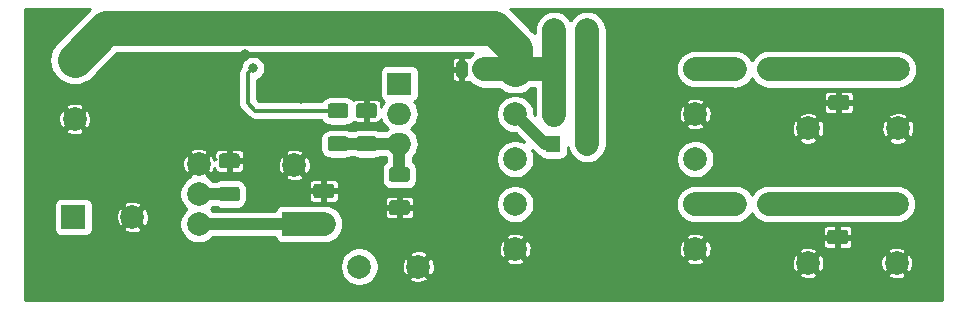
<source format=gbr>
G04 #@! TF.GenerationSoftware,KiCad,Pcbnew,5.1.5+dfsg1-2build2*
G04 #@! TF.CreationDate,2021-02-02T09:52:32+02:00*
G04 #@! TF.ProjectId,lm3488_dcdc,6c6d3334-3838-45f6-9463-64632e6b6963,rev?*
G04 #@! TF.SameCoordinates,Original*
G04 #@! TF.FileFunction,Copper,L2,Bot*
G04 #@! TF.FilePolarity,Positive*
%FSLAX46Y46*%
G04 Gerber Fmt 4.6, Leading zero omitted, Abs format (unit mm)*
G04 Created by KiCad (PCBNEW 5.1.5+dfsg1-2build2) date 2021-02-02 09:52:32*
%MOMM*%
%LPD*%
G04 APERTURE LIST*
%ADD10C,0.100000*%
%ADD11R,2.000000X2.000000*%
%ADD12C,2.000000*%
%ADD13R,2.000000X1.905000*%
%ADD14O,2.000000X1.905000*%
%ADD15R,1.300000X1.400000*%
%ADD16C,0.800000*%
%ADD17C,1.000000*%
%ADD18C,3.000000*%
%ADD19C,2.000000*%
%ADD20C,0.300000*%
%ADD21C,0.254000*%
G04 APERTURE END LIST*
G04 #@! TA.AperFunction,SMDPad,CuDef*
D10*
G36*
X54842642Y-20101174D02*
G01*
X54866303Y-20104684D01*
X54889507Y-20110496D01*
X54912029Y-20118554D01*
X54933653Y-20128782D01*
X54954170Y-20141079D01*
X54973383Y-20155329D01*
X54991107Y-20171393D01*
X55007171Y-20189117D01*
X55021421Y-20208330D01*
X55033718Y-20228847D01*
X55043946Y-20250471D01*
X55052004Y-20272993D01*
X55057816Y-20296197D01*
X55061326Y-20319858D01*
X55062500Y-20343750D01*
X55062500Y-21256250D01*
X55061326Y-21280142D01*
X55057816Y-21303803D01*
X55052004Y-21327007D01*
X55043946Y-21349529D01*
X55033718Y-21371153D01*
X55021421Y-21391670D01*
X55007171Y-21410883D01*
X54991107Y-21428607D01*
X54973383Y-21444671D01*
X54954170Y-21458921D01*
X54933653Y-21471218D01*
X54912029Y-21481446D01*
X54889507Y-21489504D01*
X54866303Y-21495316D01*
X54842642Y-21498826D01*
X54818750Y-21500000D01*
X54331250Y-21500000D01*
X54307358Y-21498826D01*
X54283697Y-21495316D01*
X54260493Y-21489504D01*
X54237971Y-21481446D01*
X54216347Y-21471218D01*
X54195830Y-21458921D01*
X54176617Y-21444671D01*
X54158893Y-21428607D01*
X54142829Y-21410883D01*
X54128579Y-21391670D01*
X54116282Y-21371153D01*
X54106054Y-21349529D01*
X54097996Y-21327007D01*
X54092184Y-21303803D01*
X54088674Y-21280142D01*
X54087500Y-21256250D01*
X54087500Y-20343750D01*
X54088674Y-20319858D01*
X54092184Y-20296197D01*
X54097996Y-20272993D01*
X54106054Y-20250471D01*
X54116282Y-20228847D01*
X54128579Y-20208330D01*
X54142829Y-20189117D01*
X54158893Y-20171393D01*
X54176617Y-20155329D01*
X54195830Y-20141079D01*
X54216347Y-20128782D01*
X54237971Y-20118554D01*
X54260493Y-20110496D01*
X54283697Y-20104684D01*
X54307358Y-20101174D01*
X54331250Y-20100000D01*
X54818750Y-20100000D01*
X54842642Y-20101174D01*
G37*
G04 #@! TD.AperFunction*
G04 #@! TA.AperFunction,SMDPad,CuDef*
G36*
X52967642Y-20101174D02*
G01*
X52991303Y-20104684D01*
X53014507Y-20110496D01*
X53037029Y-20118554D01*
X53058653Y-20128782D01*
X53079170Y-20141079D01*
X53098383Y-20155329D01*
X53116107Y-20171393D01*
X53132171Y-20189117D01*
X53146421Y-20208330D01*
X53158718Y-20228847D01*
X53168946Y-20250471D01*
X53177004Y-20272993D01*
X53182816Y-20296197D01*
X53186326Y-20319858D01*
X53187500Y-20343750D01*
X53187500Y-21256250D01*
X53186326Y-21280142D01*
X53182816Y-21303803D01*
X53177004Y-21327007D01*
X53168946Y-21349529D01*
X53158718Y-21371153D01*
X53146421Y-21391670D01*
X53132171Y-21410883D01*
X53116107Y-21428607D01*
X53098383Y-21444671D01*
X53079170Y-21458921D01*
X53058653Y-21471218D01*
X53037029Y-21481446D01*
X53014507Y-21489504D01*
X52991303Y-21495316D01*
X52967642Y-21498826D01*
X52943750Y-21500000D01*
X52456250Y-21500000D01*
X52432358Y-21498826D01*
X52408697Y-21495316D01*
X52385493Y-21489504D01*
X52362971Y-21481446D01*
X52341347Y-21471218D01*
X52320830Y-21458921D01*
X52301617Y-21444671D01*
X52283893Y-21428607D01*
X52267829Y-21410883D01*
X52253579Y-21391670D01*
X52241282Y-21371153D01*
X52231054Y-21349529D01*
X52222996Y-21327007D01*
X52217184Y-21303803D01*
X52213674Y-21280142D01*
X52212500Y-21256250D01*
X52212500Y-20343750D01*
X52213674Y-20319858D01*
X52217184Y-20296197D01*
X52222996Y-20272993D01*
X52231054Y-20250471D01*
X52241282Y-20228847D01*
X52253579Y-20208330D01*
X52267829Y-20189117D01*
X52283893Y-20171393D01*
X52301617Y-20155329D01*
X52320830Y-20141079D01*
X52341347Y-20128782D01*
X52362971Y-20118554D01*
X52385493Y-20110496D01*
X52408697Y-20104684D01*
X52432358Y-20101174D01*
X52456250Y-20100000D01*
X52943750Y-20100000D01*
X52967642Y-20101174D01*
G37*
G04 #@! TD.AperFunction*
G04 #@! TA.AperFunction,SMDPad,CuDef*
G36*
X33649504Y-30726204D02*
G01*
X33673773Y-30729804D01*
X33697571Y-30735765D01*
X33720671Y-30744030D01*
X33742849Y-30754520D01*
X33763893Y-30767133D01*
X33783598Y-30781747D01*
X33801777Y-30798223D01*
X33818253Y-30816402D01*
X33832867Y-30836107D01*
X33845480Y-30857151D01*
X33855970Y-30879329D01*
X33864235Y-30902429D01*
X33870196Y-30926227D01*
X33873796Y-30950496D01*
X33875000Y-30975000D01*
X33875000Y-31725000D01*
X33873796Y-31749504D01*
X33870196Y-31773773D01*
X33864235Y-31797571D01*
X33855970Y-31820671D01*
X33845480Y-31842849D01*
X33832867Y-31863893D01*
X33818253Y-31883598D01*
X33801777Y-31901777D01*
X33783598Y-31918253D01*
X33763893Y-31932867D01*
X33742849Y-31945480D01*
X33720671Y-31955970D01*
X33697571Y-31964235D01*
X33673773Y-31970196D01*
X33649504Y-31973796D01*
X33625000Y-31975000D01*
X32375000Y-31975000D01*
X32350496Y-31973796D01*
X32326227Y-31970196D01*
X32302429Y-31964235D01*
X32279329Y-31955970D01*
X32257151Y-31945480D01*
X32236107Y-31932867D01*
X32216402Y-31918253D01*
X32198223Y-31901777D01*
X32181747Y-31883598D01*
X32167133Y-31863893D01*
X32154520Y-31842849D01*
X32144030Y-31820671D01*
X32135765Y-31797571D01*
X32129804Y-31773773D01*
X32126204Y-31749504D01*
X32125000Y-31725000D01*
X32125000Y-30975000D01*
X32126204Y-30950496D01*
X32129804Y-30926227D01*
X32135765Y-30902429D01*
X32144030Y-30879329D01*
X32154520Y-30857151D01*
X32167133Y-30836107D01*
X32181747Y-30816402D01*
X32198223Y-30798223D01*
X32216402Y-30781747D01*
X32236107Y-30767133D01*
X32257151Y-30754520D01*
X32279329Y-30744030D01*
X32302429Y-30735765D01*
X32326227Y-30729804D01*
X32350496Y-30726204D01*
X32375000Y-30725000D01*
X33625000Y-30725000D01*
X33649504Y-30726204D01*
G37*
G04 #@! TD.AperFunction*
G04 #@! TA.AperFunction,SMDPad,CuDef*
G36*
X33649504Y-27926204D02*
G01*
X33673773Y-27929804D01*
X33697571Y-27935765D01*
X33720671Y-27944030D01*
X33742849Y-27954520D01*
X33763893Y-27967133D01*
X33783598Y-27981747D01*
X33801777Y-27998223D01*
X33818253Y-28016402D01*
X33832867Y-28036107D01*
X33845480Y-28057151D01*
X33855970Y-28079329D01*
X33864235Y-28102429D01*
X33870196Y-28126227D01*
X33873796Y-28150496D01*
X33875000Y-28175000D01*
X33875000Y-28925000D01*
X33873796Y-28949504D01*
X33870196Y-28973773D01*
X33864235Y-28997571D01*
X33855970Y-29020671D01*
X33845480Y-29042849D01*
X33832867Y-29063893D01*
X33818253Y-29083598D01*
X33801777Y-29101777D01*
X33783598Y-29118253D01*
X33763893Y-29132867D01*
X33742849Y-29145480D01*
X33720671Y-29155970D01*
X33697571Y-29164235D01*
X33673773Y-29170196D01*
X33649504Y-29173796D01*
X33625000Y-29175000D01*
X32375000Y-29175000D01*
X32350496Y-29173796D01*
X32326227Y-29170196D01*
X32302429Y-29164235D01*
X32279329Y-29155970D01*
X32257151Y-29145480D01*
X32236107Y-29132867D01*
X32216402Y-29118253D01*
X32198223Y-29101777D01*
X32181747Y-29083598D01*
X32167133Y-29063893D01*
X32154520Y-29042849D01*
X32144030Y-29020671D01*
X32135765Y-28997571D01*
X32129804Y-28973773D01*
X32126204Y-28949504D01*
X32125000Y-28925000D01*
X32125000Y-28175000D01*
X32126204Y-28150496D01*
X32129804Y-28126227D01*
X32135765Y-28102429D01*
X32144030Y-28079329D01*
X32154520Y-28057151D01*
X32167133Y-28036107D01*
X32181747Y-28016402D01*
X32198223Y-27998223D01*
X32216402Y-27981747D01*
X32236107Y-27967133D01*
X32257151Y-27954520D01*
X32279329Y-27944030D01*
X32302429Y-27935765D01*
X32326227Y-27929804D01*
X32350496Y-27926204D01*
X32375000Y-27925000D01*
X33625000Y-27925000D01*
X33649504Y-27926204D01*
G37*
G04 #@! TD.AperFunction*
D11*
X19800000Y-33300000D03*
D12*
X24800000Y-33300000D03*
G04 #@! TA.AperFunction,SMDPad,CuDef*
D10*
G36*
X45249504Y-23676204D02*
G01*
X45273773Y-23679804D01*
X45297571Y-23685765D01*
X45320671Y-23694030D01*
X45342849Y-23704520D01*
X45363893Y-23717133D01*
X45383598Y-23731747D01*
X45401777Y-23748223D01*
X45418253Y-23766402D01*
X45432867Y-23786107D01*
X45445480Y-23807151D01*
X45455970Y-23829329D01*
X45464235Y-23852429D01*
X45470196Y-23876227D01*
X45473796Y-23900496D01*
X45475000Y-23925000D01*
X45475000Y-24675000D01*
X45473796Y-24699504D01*
X45470196Y-24723773D01*
X45464235Y-24747571D01*
X45455970Y-24770671D01*
X45445480Y-24792849D01*
X45432867Y-24813893D01*
X45418253Y-24833598D01*
X45401777Y-24851777D01*
X45383598Y-24868253D01*
X45363893Y-24882867D01*
X45342849Y-24895480D01*
X45320671Y-24905970D01*
X45297571Y-24914235D01*
X45273773Y-24920196D01*
X45249504Y-24923796D01*
X45225000Y-24925000D01*
X43975000Y-24925000D01*
X43950496Y-24923796D01*
X43926227Y-24920196D01*
X43902429Y-24914235D01*
X43879329Y-24905970D01*
X43857151Y-24895480D01*
X43836107Y-24882867D01*
X43816402Y-24868253D01*
X43798223Y-24851777D01*
X43781747Y-24833598D01*
X43767133Y-24813893D01*
X43754520Y-24792849D01*
X43744030Y-24770671D01*
X43735765Y-24747571D01*
X43729804Y-24723773D01*
X43726204Y-24699504D01*
X43725000Y-24675000D01*
X43725000Y-23925000D01*
X43726204Y-23900496D01*
X43729804Y-23876227D01*
X43735765Y-23852429D01*
X43744030Y-23829329D01*
X43754520Y-23807151D01*
X43767133Y-23786107D01*
X43781747Y-23766402D01*
X43798223Y-23748223D01*
X43816402Y-23731747D01*
X43836107Y-23717133D01*
X43857151Y-23704520D01*
X43879329Y-23694030D01*
X43902429Y-23685765D01*
X43926227Y-23679804D01*
X43950496Y-23676204D01*
X43975000Y-23675000D01*
X45225000Y-23675000D01*
X45249504Y-23676204D01*
G37*
G04 #@! TD.AperFunction*
G04 #@! TA.AperFunction,SMDPad,CuDef*
G36*
X45249504Y-26476204D02*
G01*
X45273773Y-26479804D01*
X45297571Y-26485765D01*
X45320671Y-26494030D01*
X45342849Y-26504520D01*
X45363893Y-26517133D01*
X45383598Y-26531747D01*
X45401777Y-26548223D01*
X45418253Y-26566402D01*
X45432867Y-26586107D01*
X45445480Y-26607151D01*
X45455970Y-26629329D01*
X45464235Y-26652429D01*
X45470196Y-26676227D01*
X45473796Y-26700496D01*
X45475000Y-26725000D01*
X45475000Y-27475000D01*
X45473796Y-27499504D01*
X45470196Y-27523773D01*
X45464235Y-27547571D01*
X45455970Y-27570671D01*
X45445480Y-27592849D01*
X45432867Y-27613893D01*
X45418253Y-27633598D01*
X45401777Y-27651777D01*
X45383598Y-27668253D01*
X45363893Y-27682867D01*
X45342849Y-27695480D01*
X45320671Y-27705970D01*
X45297571Y-27714235D01*
X45273773Y-27720196D01*
X45249504Y-27723796D01*
X45225000Y-27725000D01*
X43975000Y-27725000D01*
X43950496Y-27723796D01*
X43926227Y-27720196D01*
X43902429Y-27714235D01*
X43879329Y-27705970D01*
X43857151Y-27695480D01*
X43836107Y-27682867D01*
X43816402Y-27668253D01*
X43798223Y-27651777D01*
X43781747Y-27633598D01*
X43767133Y-27613893D01*
X43754520Y-27592849D01*
X43744030Y-27570671D01*
X43735765Y-27547571D01*
X43729804Y-27523773D01*
X43726204Y-27499504D01*
X43725000Y-27475000D01*
X43725000Y-26725000D01*
X43726204Y-26700496D01*
X43729804Y-26676227D01*
X43735765Y-26652429D01*
X43744030Y-26629329D01*
X43754520Y-26607151D01*
X43767133Y-26586107D01*
X43781747Y-26566402D01*
X43798223Y-26548223D01*
X43816402Y-26531747D01*
X43836107Y-26517133D01*
X43857151Y-26504520D01*
X43879329Y-26494030D01*
X43902429Y-26485765D01*
X43926227Y-26479804D01*
X43950496Y-26476204D01*
X43975000Y-26475000D01*
X45225000Y-26475000D01*
X45249504Y-26476204D01*
G37*
G04 #@! TD.AperFunction*
G04 #@! TA.AperFunction,SMDPad,CuDef*
G36*
X63699504Y-21426204D02*
G01*
X63723773Y-21429804D01*
X63747571Y-21435765D01*
X63770671Y-21444030D01*
X63792849Y-21454520D01*
X63813893Y-21467133D01*
X63833598Y-21481747D01*
X63851777Y-21498223D01*
X63868253Y-21516402D01*
X63882867Y-21536107D01*
X63895480Y-21557151D01*
X63905970Y-21579329D01*
X63914235Y-21602429D01*
X63920196Y-21626227D01*
X63923796Y-21650496D01*
X63925000Y-21675000D01*
X63925000Y-22925000D01*
X63923796Y-22949504D01*
X63920196Y-22973773D01*
X63914235Y-22997571D01*
X63905970Y-23020671D01*
X63895480Y-23042849D01*
X63882867Y-23063893D01*
X63868253Y-23083598D01*
X63851777Y-23101777D01*
X63833598Y-23118253D01*
X63813893Y-23132867D01*
X63792849Y-23145480D01*
X63770671Y-23155970D01*
X63747571Y-23164235D01*
X63723773Y-23170196D01*
X63699504Y-23173796D01*
X63675000Y-23175000D01*
X62925000Y-23175000D01*
X62900496Y-23173796D01*
X62876227Y-23170196D01*
X62852429Y-23164235D01*
X62829329Y-23155970D01*
X62807151Y-23145480D01*
X62786107Y-23132867D01*
X62766402Y-23118253D01*
X62748223Y-23101777D01*
X62731747Y-23083598D01*
X62717133Y-23063893D01*
X62704520Y-23042849D01*
X62694030Y-23020671D01*
X62685765Y-22997571D01*
X62679804Y-22973773D01*
X62676204Y-22949504D01*
X62675000Y-22925000D01*
X62675000Y-21675000D01*
X62676204Y-21650496D01*
X62679804Y-21626227D01*
X62685765Y-21602429D01*
X62694030Y-21579329D01*
X62704520Y-21557151D01*
X62717133Y-21536107D01*
X62731747Y-21516402D01*
X62748223Y-21498223D01*
X62766402Y-21481747D01*
X62786107Y-21467133D01*
X62807151Y-21454520D01*
X62829329Y-21444030D01*
X62852429Y-21435765D01*
X62876227Y-21429804D01*
X62900496Y-21426204D01*
X62925000Y-21425000D01*
X63675000Y-21425000D01*
X63699504Y-21426204D01*
G37*
G04 #@! TD.AperFunction*
G04 #@! TA.AperFunction,SMDPad,CuDef*
G36*
X60899504Y-21426204D02*
G01*
X60923773Y-21429804D01*
X60947571Y-21435765D01*
X60970671Y-21444030D01*
X60992849Y-21454520D01*
X61013893Y-21467133D01*
X61033598Y-21481747D01*
X61051777Y-21498223D01*
X61068253Y-21516402D01*
X61082867Y-21536107D01*
X61095480Y-21557151D01*
X61105970Y-21579329D01*
X61114235Y-21602429D01*
X61120196Y-21626227D01*
X61123796Y-21650496D01*
X61125000Y-21675000D01*
X61125000Y-22925000D01*
X61123796Y-22949504D01*
X61120196Y-22973773D01*
X61114235Y-22997571D01*
X61105970Y-23020671D01*
X61095480Y-23042849D01*
X61082867Y-23063893D01*
X61068253Y-23083598D01*
X61051777Y-23101777D01*
X61033598Y-23118253D01*
X61013893Y-23132867D01*
X60992849Y-23145480D01*
X60970671Y-23155970D01*
X60947571Y-23164235D01*
X60923773Y-23170196D01*
X60899504Y-23173796D01*
X60875000Y-23175000D01*
X60125000Y-23175000D01*
X60100496Y-23173796D01*
X60076227Y-23170196D01*
X60052429Y-23164235D01*
X60029329Y-23155970D01*
X60007151Y-23145480D01*
X59986107Y-23132867D01*
X59966402Y-23118253D01*
X59948223Y-23101777D01*
X59931747Y-23083598D01*
X59917133Y-23063893D01*
X59904520Y-23042849D01*
X59894030Y-23020671D01*
X59885765Y-22997571D01*
X59879804Y-22973773D01*
X59876204Y-22949504D01*
X59875000Y-22925000D01*
X59875000Y-21675000D01*
X59876204Y-21650496D01*
X59879804Y-21626227D01*
X59885765Y-21602429D01*
X59894030Y-21579329D01*
X59904520Y-21557151D01*
X59917133Y-21536107D01*
X59931747Y-21516402D01*
X59948223Y-21498223D01*
X59966402Y-21481747D01*
X59986107Y-21467133D01*
X60007151Y-21454520D01*
X60029329Y-21444030D01*
X60052429Y-21435765D01*
X60076227Y-21429804D01*
X60100496Y-21426204D01*
X60125000Y-21425000D01*
X60875000Y-21425000D01*
X60899504Y-21426204D01*
G37*
G04 #@! TD.AperFunction*
D11*
X82000000Y-20800000D03*
D12*
X82000000Y-25800000D03*
X82000000Y-37200000D03*
D11*
X82000000Y-32200000D03*
D12*
X38500000Y-28900000D03*
D11*
X38500000Y-33900000D03*
G04 #@! TA.AperFunction,SMDPad,CuDef*
D10*
G36*
X85249504Y-20176204D02*
G01*
X85273773Y-20179804D01*
X85297571Y-20185765D01*
X85320671Y-20194030D01*
X85342849Y-20204520D01*
X85363893Y-20217133D01*
X85383598Y-20231747D01*
X85401777Y-20248223D01*
X85418253Y-20266402D01*
X85432867Y-20286107D01*
X85445480Y-20307151D01*
X85455970Y-20329329D01*
X85464235Y-20352429D01*
X85470196Y-20376227D01*
X85473796Y-20400496D01*
X85475000Y-20425000D01*
X85475000Y-21175000D01*
X85473796Y-21199504D01*
X85470196Y-21223773D01*
X85464235Y-21247571D01*
X85455970Y-21270671D01*
X85445480Y-21292849D01*
X85432867Y-21313893D01*
X85418253Y-21333598D01*
X85401777Y-21351777D01*
X85383598Y-21368253D01*
X85363893Y-21382867D01*
X85342849Y-21395480D01*
X85320671Y-21405970D01*
X85297571Y-21414235D01*
X85273773Y-21420196D01*
X85249504Y-21423796D01*
X85225000Y-21425000D01*
X83975000Y-21425000D01*
X83950496Y-21423796D01*
X83926227Y-21420196D01*
X83902429Y-21414235D01*
X83879329Y-21405970D01*
X83857151Y-21395480D01*
X83836107Y-21382867D01*
X83816402Y-21368253D01*
X83798223Y-21351777D01*
X83781747Y-21333598D01*
X83767133Y-21313893D01*
X83754520Y-21292849D01*
X83744030Y-21270671D01*
X83735765Y-21247571D01*
X83729804Y-21223773D01*
X83726204Y-21199504D01*
X83725000Y-21175000D01*
X83725000Y-20425000D01*
X83726204Y-20400496D01*
X83729804Y-20376227D01*
X83735765Y-20352429D01*
X83744030Y-20329329D01*
X83754520Y-20307151D01*
X83767133Y-20286107D01*
X83781747Y-20266402D01*
X83798223Y-20248223D01*
X83816402Y-20231747D01*
X83836107Y-20217133D01*
X83857151Y-20204520D01*
X83879329Y-20194030D01*
X83902429Y-20185765D01*
X83926227Y-20179804D01*
X83950496Y-20176204D01*
X83975000Y-20175000D01*
X85225000Y-20175000D01*
X85249504Y-20176204D01*
G37*
G04 #@! TD.AperFunction*
G04 #@! TA.AperFunction,SMDPad,CuDef*
G36*
X85249504Y-22976204D02*
G01*
X85273773Y-22979804D01*
X85297571Y-22985765D01*
X85320671Y-22994030D01*
X85342849Y-23004520D01*
X85363893Y-23017133D01*
X85383598Y-23031747D01*
X85401777Y-23048223D01*
X85418253Y-23066402D01*
X85432867Y-23086107D01*
X85445480Y-23107151D01*
X85455970Y-23129329D01*
X85464235Y-23152429D01*
X85470196Y-23176227D01*
X85473796Y-23200496D01*
X85475000Y-23225000D01*
X85475000Y-23975000D01*
X85473796Y-23999504D01*
X85470196Y-24023773D01*
X85464235Y-24047571D01*
X85455970Y-24070671D01*
X85445480Y-24092849D01*
X85432867Y-24113893D01*
X85418253Y-24133598D01*
X85401777Y-24151777D01*
X85383598Y-24168253D01*
X85363893Y-24182867D01*
X85342849Y-24195480D01*
X85320671Y-24205970D01*
X85297571Y-24214235D01*
X85273773Y-24220196D01*
X85249504Y-24223796D01*
X85225000Y-24225000D01*
X83975000Y-24225000D01*
X83950496Y-24223796D01*
X83926227Y-24220196D01*
X83902429Y-24214235D01*
X83879329Y-24205970D01*
X83857151Y-24195480D01*
X83836107Y-24182867D01*
X83816402Y-24168253D01*
X83798223Y-24151777D01*
X83781747Y-24133598D01*
X83767133Y-24113893D01*
X83754520Y-24092849D01*
X83744030Y-24070671D01*
X83735765Y-24047571D01*
X83729804Y-24023773D01*
X83726204Y-23999504D01*
X83725000Y-23975000D01*
X83725000Y-23225000D01*
X83726204Y-23200496D01*
X83729804Y-23176227D01*
X83735765Y-23152429D01*
X83744030Y-23129329D01*
X83754520Y-23107151D01*
X83767133Y-23086107D01*
X83781747Y-23066402D01*
X83798223Y-23048223D01*
X83816402Y-23031747D01*
X83836107Y-23017133D01*
X83857151Y-23004520D01*
X83879329Y-22994030D01*
X83902429Y-22985765D01*
X83926227Y-22979804D01*
X83950496Y-22976204D01*
X83975000Y-22975000D01*
X85225000Y-22975000D01*
X85249504Y-22976204D01*
G37*
G04 #@! TD.AperFunction*
G04 #@! TA.AperFunction,SMDPad,CuDef*
G36*
X85149504Y-31576204D02*
G01*
X85173773Y-31579804D01*
X85197571Y-31585765D01*
X85220671Y-31594030D01*
X85242849Y-31604520D01*
X85263893Y-31617133D01*
X85283598Y-31631747D01*
X85301777Y-31648223D01*
X85318253Y-31666402D01*
X85332867Y-31686107D01*
X85345480Y-31707151D01*
X85355970Y-31729329D01*
X85364235Y-31752429D01*
X85370196Y-31776227D01*
X85373796Y-31800496D01*
X85375000Y-31825000D01*
X85375000Y-32575000D01*
X85373796Y-32599504D01*
X85370196Y-32623773D01*
X85364235Y-32647571D01*
X85355970Y-32670671D01*
X85345480Y-32692849D01*
X85332867Y-32713893D01*
X85318253Y-32733598D01*
X85301777Y-32751777D01*
X85283598Y-32768253D01*
X85263893Y-32782867D01*
X85242849Y-32795480D01*
X85220671Y-32805970D01*
X85197571Y-32814235D01*
X85173773Y-32820196D01*
X85149504Y-32823796D01*
X85125000Y-32825000D01*
X83875000Y-32825000D01*
X83850496Y-32823796D01*
X83826227Y-32820196D01*
X83802429Y-32814235D01*
X83779329Y-32805970D01*
X83757151Y-32795480D01*
X83736107Y-32782867D01*
X83716402Y-32768253D01*
X83698223Y-32751777D01*
X83681747Y-32733598D01*
X83667133Y-32713893D01*
X83654520Y-32692849D01*
X83644030Y-32670671D01*
X83635765Y-32647571D01*
X83629804Y-32623773D01*
X83626204Y-32599504D01*
X83625000Y-32575000D01*
X83625000Y-31825000D01*
X83626204Y-31800496D01*
X83629804Y-31776227D01*
X83635765Y-31752429D01*
X83644030Y-31729329D01*
X83654520Y-31707151D01*
X83667133Y-31686107D01*
X83681747Y-31666402D01*
X83698223Y-31648223D01*
X83716402Y-31631747D01*
X83736107Y-31617133D01*
X83757151Y-31604520D01*
X83779329Y-31594030D01*
X83802429Y-31585765D01*
X83826227Y-31579804D01*
X83850496Y-31576204D01*
X83875000Y-31575000D01*
X85125000Y-31575000D01*
X85149504Y-31576204D01*
G37*
G04 #@! TD.AperFunction*
G04 #@! TA.AperFunction,SMDPad,CuDef*
G36*
X85149504Y-34376204D02*
G01*
X85173773Y-34379804D01*
X85197571Y-34385765D01*
X85220671Y-34394030D01*
X85242849Y-34404520D01*
X85263893Y-34417133D01*
X85283598Y-34431747D01*
X85301777Y-34448223D01*
X85318253Y-34466402D01*
X85332867Y-34486107D01*
X85345480Y-34507151D01*
X85355970Y-34529329D01*
X85364235Y-34552429D01*
X85370196Y-34576227D01*
X85373796Y-34600496D01*
X85375000Y-34625000D01*
X85375000Y-35375000D01*
X85373796Y-35399504D01*
X85370196Y-35423773D01*
X85364235Y-35447571D01*
X85355970Y-35470671D01*
X85345480Y-35492849D01*
X85332867Y-35513893D01*
X85318253Y-35533598D01*
X85301777Y-35551777D01*
X85283598Y-35568253D01*
X85263893Y-35582867D01*
X85242849Y-35595480D01*
X85220671Y-35605970D01*
X85197571Y-35614235D01*
X85173773Y-35620196D01*
X85149504Y-35623796D01*
X85125000Y-35625000D01*
X83875000Y-35625000D01*
X83850496Y-35623796D01*
X83826227Y-35620196D01*
X83802429Y-35614235D01*
X83779329Y-35605970D01*
X83757151Y-35595480D01*
X83736107Y-35582867D01*
X83716402Y-35568253D01*
X83698223Y-35551777D01*
X83681747Y-35533598D01*
X83667133Y-35513893D01*
X83654520Y-35492849D01*
X83644030Y-35470671D01*
X83635765Y-35447571D01*
X83629804Y-35423773D01*
X83626204Y-35399504D01*
X83625000Y-35375000D01*
X83625000Y-34625000D01*
X83626204Y-34600496D01*
X83629804Y-34576227D01*
X83635765Y-34552429D01*
X83644030Y-34529329D01*
X83654520Y-34507151D01*
X83667133Y-34486107D01*
X83681747Y-34466402D01*
X83698223Y-34448223D01*
X83716402Y-34431747D01*
X83736107Y-34417133D01*
X83757151Y-34404520D01*
X83779329Y-34394030D01*
X83802429Y-34385765D01*
X83826227Y-34379804D01*
X83850496Y-34376204D01*
X83875000Y-34375000D01*
X85125000Y-34375000D01*
X85149504Y-34376204D01*
G37*
G04 #@! TD.AperFunction*
G04 #@! TA.AperFunction,SMDPad,CuDef*
G36*
X41649504Y-30476204D02*
G01*
X41673773Y-30479804D01*
X41697571Y-30485765D01*
X41720671Y-30494030D01*
X41742849Y-30504520D01*
X41763893Y-30517133D01*
X41783598Y-30531747D01*
X41801777Y-30548223D01*
X41818253Y-30566402D01*
X41832867Y-30586107D01*
X41845480Y-30607151D01*
X41855970Y-30629329D01*
X41864235Y-30652429D01*
X41870196Y-30676227D01*
X41873796Y-30700496D01*
X41875000Y-30725000D01*
X41875000Y-31475000D01*
X41873796Y-31499504D01*
X41870196Y-31523773D01*
X41864235Y-31547571D01*
X41855970Y-31570671D01*
X41845480Y-31592849D01*
X41832867Y-31613893D01*
X41818253Y-31633598D01*
X41801777Y-31651777D01*
X41783598Y-31668253D01*
X41763893Y-31682867D01*
X41742849Y-31695480D01*
X41720671Y-31705970D01*
X41697571Y-31714235D01*
X41673773Y-31720196D01*
X41649504Y-31723796D01*
X41625000Y-31725000D01*
X40375000Y-31725000D01*
X40350496Y-31723796D01*
X40326227Y-31720196D01*
X40302429Y-31714235D01*
X40279329Y-31705970D01*
X40257151Y-31695480D01*
X40236107Y-31682867D01*
X40216402Y-31668253D01*
X40198223Y-31651777D01*
X40181747Y-31633598D01*
X40167133Y-31613893D01*
X40154520Y-31592849D01*
X40144030Y-31570671D01*
X40135765Y-31547571D01*
X40129804Y-31523773D01*
X40126204Y-31499504D01*
X40125000Y-31475000D01*
X40125000Y-30725000D01*
X40126204Y-30700496D01*
X40129804Y-30676227D01*
X40135765Y-30652429D01*
X40144030Y-30629329D01*
X40154520Y-30607151D01*
X40167133Y-30586107D01*
X40181747Y-30566402D01*
X40198223Y-30548223D01*
X40216402Y-30531747D01*
X40236107Y-30517133D01*
X40257151Y-30504520D01*
X40279329Y-30494030D01*
X40302429Y-30485765D01*
X40326227Y-30479804D01*
X40350496Y-30476204D01*
X40375000Y-30475000D01*
X41625000Y-30475000D01*
X41649504Y-30476204D01*
G37*
G04 #@! TD.AperFunction*
G04 #@! TA.AperFunction,SMDPad,CuDef*
G36*
X41649504Y-33276204D02*
G01*
X41673773Y-33279804D01*
X41697571Y-33285765D01*
X41720671Y-33294030D01*
X41742849Y-33304520D01*
X41763893Y-33317133D01*
X41783598Y-33331747D01*
X41801777Y-33348223D01*
X41818253Y-33366402D01*
X41832867Y-33386107D01*
X41845480Y-33407151D01*
X41855970Y-33429329D01*
X41864235Y-33452429D01*
X41870196Y-33476227D01*
X41873796Y-33500496D01*
X41875000Y-33525000D01*
X41875000Y-34275000D01*
X41873796Y-34299504D01*
X41870196Y-34323773D01*
X41864235Y-34347571D01*
X41855970Y-34370671D01*
X41845480Y-34392849D01*
X41832867Y-34413893D01*
X41818253Y-34433598D01*
X41801777Y-34451777D01*
X41783598Y-34468253D01*
X41763893Y-34482867D01*
X41742849Y-34495480D01*
X41720671Y-34505970D01*
X41697571Y-34514235D01*
X41673773Y-34520196D01*
X41649504Y-34523796D01*
X41625000Y-34525000D01*
X40375000Y-34525000D01*
X40350496Y-34523796D01*
X40326227Y-34520196D01*
X40302429Y-34514235D01*
X40279329Y-34505970D01*
X40257151Y-34495480D01*
X40236107Y-34482867D01*
X40216402Y-34468253D01*
X40198223Y-34451777D01*
X40181747Y-34433598D01*
X40167133Y-34413893D01*
X40154520Y-34392849D01*
X40144030Y-34370671D01*
X40135765Y-34347571D01*
X40129804Y-34323773D01*
X40126204Y-34299504D01*
X40125000Y-34275000D01*
X40125000Y-33525000D01*
X40126204Y-33500496D01*
X40129804Y-33476227D01*
X40135765Y-33452429D01*
X40144030Y-33429329D01*
X40154520Y-33407151D01*
X40167133Y-33386107D01*
X40181747Y-33366402D01*
X40198223Y-33348223D01*
X40216402Y-33331747D01*
X40236107Y-33317133D01*
X40257151Y-33304520D01*
X40279329Y-33294030D01*
X40302429Y-33285765D01*
X40326227Y-33279804D01*
X40350496Y-33276204D01*
X40375000Y-33275000D01*
X41625000Y-33275000D01*
X41649504Y-33276204D01*
G37*
G04 #@! TD.AperFunction*
D12*
X19900000Y-20000000D03*
X19900000Y-25000000D03*
X89600000Y-25800000D03*
X89600000Y-20800000D03*
X49000000Y-37500000D03*
X44000000Y-37500000D03*
X89500000Y-32200000D03*
X89500000Y-37200000D03*
D13*
X47400000Y-22000000D03*
D14*
X47400000Y-24540000D03*
X47400000Y-27080000D03*
G04 #@! TA.AperFunction,SMDPad,CuDef*
D10*
G36*
X42849504Y-26476204D02*
G01*
X42873773Y-26479804D01*
X42897571Y-26485765D01*
X42920671Y-26494030D01*
X42942849Y-26504520D01*
X42963893Y-26517133D01*
X42983598Y-26531747D01*
X43001777Y-26548223D01*
X43018253Y-26566402D01*
X43032867Y-26586107D01*
X43045480Y-26607151D01*
X43055970Y-26629329D01*
X43064235Y-26652429D01*
X43070196Y-26676227D01*
X43073796Y-26700496D01*
X43075000Y-26725000D01*
X43075000Y-27475000D01*
X43073796Y-27499504D01*
X43070196Y-27523773D01*
X43064235Y-27547571D01*
X43055970Y-27570671D01*
X43045480Y-27592849D01*
X43032867Y-27613893D01*
X43018253Y-27633598D01*
X43001777Y-27651777D01*
X42983598Y-27668253D01*
X42963893Y-27682867D01*
X42942849Y-27695480D01*
X42920671Y-27705970D01*
X42897571Y-27714235D01*
X42873773Y-27720196D01*
X42849504Y-27723796D01*
X42825000Y-27725000D01*
X41575000Y-27725000D01*
X41550496Y-27723796D01*
X41526227Y-27720196D01*
X41502429Y-27714235D01*
X41479329Y-27705970D01*
X41457151Y-27695480D01*
X41436107Y-27682867D01*
X41416402Y-27668253D01*
X41398223Y-27651777D01*
X41381747Y-27633598D01*
X41367133Y-27613893D01*
X41354520Y-27592849D01*
X41344030Y-27570671D01*
X41335765Y-27547571D01*
X41329804Y-27523773D01*
X41326204Y-27499504D01*
X41325000Y-27475000D01*
X41325000Y-26725000D01*
X41326204Y-26700496D01*
X41329804Y-26676227D01*
X41335765Y-26652429D01*
X41344030Y-26629329D01*
X41354520Y-26607151D01*
X41367133Y-26586107D01*
X41381747Y-26566402D01*
X41398223Y-26548223D01*
X41416402Y-26531747D01*
X41436107Y-26517133D01*
X41457151Y-26504520D01*
X41479329Y-26494030D01*
X41502429Y-26485765D01*
X41526227Y-26479804D01*
X41550496Y-26476204D01*
X41575000Y-26475000D01*
X42825000Y-26475000D01*
X42849504Y-26476204D01*
G37*
G04 #@! TD.AperFunction*
G04 #@! TA.AperFunction,SMDPad,CuDef*
G36*
X42849504Y-23676204D02*
G01*
X42873773Y-23679804D01*
X42897571Y-23685765D01*
X42920671Y-23694030D01*
X42942849Y-23704520D01*
X42963893Y-23717133D01*
X42983598Y-23731747D01*
X43001777Y-23748223D01*
X43018253Y-23766402D01*
X43032867Y-23786107D01*
X43045480Y-23807151D01*
X43055970Y-23829329D01*
X43064235Y-23852429D01*
X43070196Y-23876227D01*
X43073796Y-23900496D01*
X43075000Y-23925000D01*
X43075000Y-24675000D01*
X43073796Y-24699504D01*
X43070196Y-24723773D01*
X43064235Y-24747571D01*
X43055970Y-24770671D01*
X43045480Y-24792849D01*
X43032867Y-24813893D01*
X43018253Y-24833598D01*
X43001777Y-24851777D01*
X42983598Y-24868253D01*
X42963893Y-24882867D01*
X42942849Y-24895480D01*
X42920671Y-24905970D01*
X42897571Y-24914235D01*
X42873773Y-24920196D01*
X42849504Y-24923796D01*
X42825000Y-24925000D01*
X41575000Y-24925000D01*
X41550496Y-24923796D01*
X41526227Y-24920196D01*
X41502429Y-24914235D01*
X41479329Y-24905970D01*
X41457151Y-24895480D01*
X41436107Y-24882867D01*
X41416402Y-24868253D01*
X41398223Y-24851777D01*
X41381747Y-24833598D01*
X41367133Y-24813893D01*
X41354520Y-24792849D01*
X41344030Y-24770671D01*
X41335765Y-24747571D01*
X41329804Y-24723773D01*
X41326204Y-24699504D01*
X41325000Y-24675000D01*
X41325000Y-23925000D01*
X41326204Y-23900496D01*
X41329804Y-23876227D01*
X41335765Y-23852429D01*
X41344030Y-23829329D01*
X41354520Y-23807151D01*
X41367133Y-23786107D01*
X41381747Y-23766402D01*
X41398223Y-23748223D01*
X41416402Y-23731747D01*
X41436107Y-23717133D01*
X41457151Y-23704520D01*
X41479329Y-23694030D01*
X41502429Y-23685765D01*
X41526227Y-23679804D01*
X41550496Y-23676204D01*
X41575000Y-23675000D01*
X42825000Y-23675000D01*
X42849504Y-23676204D01*
G37*
G04 #@! TD.AperFunction*
G04 #@! TA.AperFunction,SMDPad,CuDef*
G36*
X63699504Y-23826204D02*
G01*
X63723773Y-23829804D01*
X63747571Y-23835765D01*
X63770671Y-23844030D01*
X63792849Y-23854520D01*
X63813893Y-23867133D01*
X63833598Y-23881747D01*
X63851777Y-23898223D01*
X63868253Y-23916402D01*
X63882867Y-23936107D01*
X63895480Y-23957151D01*
X63905970Y-23979329D01*
X63914235Y-24002429D01*
X63920196Y-24026227D01*
X63923796Y-24050496D01*
X63925000Y-24075000D01*
X63925000Y-25325000D01*
X63923796Y-25349504D01*
X63920196Y-25373773D01*
X63914235Y-25397571D01*
X63905970Y-25420671D01*
X63895480Y-25442849D01*
X63882867Y-25463893D01*
X63868253Y-25483598D01*
X63851777Y-25501777D01*
X63833598Y-25518253D01*
X63813893Y-25532867D01*
X63792849Y-25545480D01*
X63770671Y-25555970D01*
X63747571Y-25564235D01*
X63723773Y-25570196D01*
X63699504Y-25573796D01*
X63675000Y-25575000D01*
X62925000Y-25575000D01*
X62900496Y-25573796D01*
X62876227Y-25570196D01*
X62852429Y-25564235D01*
X62829329Y-25555970D01*
X62807151Y-25545480D01*
X62786107Y-25532867D01*
X62766402Y-25518253D01*
X62748223Y-25501777D01*
X62731747Y-25483598D01*
X62717133Y-25463893D01*
X62704520Y-25442849D01*
X62694030Y-25420671D01*
X62685765Y-25397571D01*
X62679804Y-25373773D01*
X62676204Y-25349504D01*
X62675000Y-25325000D01*
X62675000Y-24075000D01*
X62676204Y-24050496D01*
X62679804Y-24026227D01*
X62685765Y-24002429D01*
X62694030Y-23979329D01*
X62704520Y-23957151D01*
X62717133Y-23936107D01*
X62731747Y-23916402D01*
X62748223Y-23898223D01*
X62766402Y-23881747D01*
X62786107Y-23867133D01*
X62807151Y-23854520D01*
X62829329Y-23844030D01*
X62852429Y-23835765D01*
X62876227Y-23829804D01*
X62900496Y-23826204D01*
X62925000Y-23825000D01*
X63675000Y-23825000D01*
X63699504Y-23826204D01*
G37*
G04 #@! TD.AperFunction*
G04 #@! TA.AperFunction,SMDPad,CuDef*
G36*
X60899504Y-23826204D02*
G01*
X60923773Y-23829804D01*
X60947571Y-23835765D01*
X60970671Y-23844030D01*
X60992849Y-23854520D01*
X61013893Y-23867133D01*
X61033598Y-23881747D01*
X61051777Y-23898223D01*
X61068253Y-23916402D01*
X61082867Y-23936107D01*
X61095480Y-23957151D01*
X61105970Y-23979329D01*
X61114235Y-24002429D01*
X61120196Y-24026227D01*
X61123796Y-24050496D01*
X61125000Y-24075000D01*
X61125000Y-25325000D01*
X61123796Y-25349504D01*
X61120196Y-25373773D01*
X61114235Y-25397571D01*
X61105970Y-25420671D01*
X61095480Y-25442849D01*
X61082867Y-25463893D01*
X61068253Y-25483598D01*
X61051777Y-25501777D01*
X61033598Y-25518253D01*
X61013893Y-25532867D01*
X60992849Y-25545480D01*
X60970671Y-25555970D01*
X60947571Y-25564235D01*
X60923773Y-25570196D01*
X60899504Y-25573796D01*
X60875000Y-25575000D01*
X60125000Y-25575000D01*
X60100496Y-25573796D01*
X60076227Y-25570196D01*
X60052429Y-25564235D01*
X60029329Y-25555970D01*
X60007151Y-25545480D01*
X59986107Y-25532867D01*
X59966402Y-25518253D01*
X59948223Y-25501777D01*
X59931747Y-25483598D01*
X59917133Y-25463893D01*
X59904520Y-25442849D01*
X59894030Y-25420671D01*
X59885765Y-25397571D01*
X59879804Y-25373773D01*
X59876204Y-25349504D01*
X59875000Y-25325000D01*
X59875000Y-24075000D01*
X59876204Y-24050496D01*
X59879804Y-24026227D01*
X59885765Y-24002429D01*
X59894030Y-23979329D01*
X59904520Y-23957151D01*
X59917133Y-23936107D01*
X59931747Y-23916402D01*
X59948223Y-23898223D01*
X59966402Y-23881747D01*
X59986107Y-23867133D01*
X60007151Y-23854520D01*
X60029329Y-23844030D01*
X60052429Y-23835765D01*
X60076227Y-23829804D01*
X60100496Y-23826204D01*
X60125000Y-23825000D01*
X60875000Y-23825000D01*
X60899504Y-23826204D01*
G37*
G04 #@! TD.AperFunction*
G04 #@! TA.AperFunction,SMDPad,CuDef*
G36*
X48049504Y-31876204D02*
G01*
X48073773Y-31879804D01*
X48097571Y-31885765D01*
X48120671Y-31894030D01*
X48142849Y-31904520D01*
X48163893Y-31917133D01*
X48183598Y-31931747D01*
X48201777Y-31948223D01*
X48218253Y-31966402D01*
X48232867Y-31986107D01*
X48245480Y-32007151D01*
X48255970Y-32029329D01*
X48264235Y-32052429D01*
X48270196Y-32076227D01*
X48273796Y-32100496D01*
X48275000Y-32125000D01*
X48275000Y-32875000D01*
X48273796Y-32899504D01*
X48270196Y-32923773D01*
X48264235Y-32947571D01*
X48255970Y-32970671D01*
X48245480Y-32992849D01*
X48232867Y-33013893D01*
X48218253Y-33033598D01*
X48201777Y-33051777D01*
X48183598Y-33068253D01*
X48163893Y-33082867D01*
X48142849Y-33095480D01*
X48120671Y-33105970D01*
X48097571Y-33114235D01*
X48073773Y-33120196D01*
X48049504Y-33123796D01*
X48025000Y-33125000D01*
X46775000Y-33125000D01*
X46750496Y-33123796D01*
X46726227Y-33120196D01*
X46702429Y-33114235D01*
X46679329Y-33105970D01*
X46657151Y-33095480D01*
X46636107Y-33082867D01*
X46616402Y-33068253D01*
X46598223Y-33051777D01*
X46581747Y-33033598D01*
X46567133Y-33013893D01*
X46554520Y-32992849D01*
X46544030Y-32970671D01*
X46535765Y-32947571D01*
X46529804Y-32923773D01*
X46526204Y-32899504D01*
X46525000Y-32875000D01*
X46525000Y-32125000D01*
X46526204Y-32100496D01*
X46529804Y-32076227D01*
X46535765Y-32052429D01*
X46544030Y-32029329D01*
X46554520Y-32007151D01*
X46567133Y-31986107D01*
X46581747Y-31966402D01*
X46598223Y-31948223D01*
X46616402Y-31931747D01*
X46636107Y-31917133D01*
X46657151Y-31904520D01*
X46679329Y-31894030D01*
X46702429Y-31885765D01*
X46726227Y-31879804D01*
X46750496Y-31876204D01*
X46775000Y-31875000D01*
X48025000Y-31875000D01*
X48049504Y-31876204D01*
G37*
G04 #@! TD.AperFunction*
G04 #@! TA.AperFunction,SMDPad,CuDef*
G36*
X48049504Y-29076204D02*
G01*
X48073773Y-29079804D01*
X48097571Y-29085765D01*
X48120671Y-29094030D01*
X48142849Y-29104520D01*
X48163893Y-29117133D01*
X48183598Y-29131747D01*
X48201777Y-29148223D01*
X48218253Y-29166402D01*
X48232867Y-29186107D01*
X48245480Y-29207151D01*
X48255970Y-29229329D01*
X48264235Y-29252429D01*
X48270196Y-29276227D01*
X48273796Y-29300496D01*
X48275000Y-29325000D01*
X48275000Y-30075000D01*
X48273796Y-30099504D01*
X48270196Y-30123773D01*
X48264235Y-30147571D01*
X48255970Y-30170671D01*
X48245480Y-30192849D01*
X48232867Y-30213893D01*
X48218253Y-30233598D01*
X48201777Y-30251777D01*
X48183598Y-30268253D01*
X48163893Y-30282867D01*
X48142849Y-30295480D01*
X48120671Y-30305970D01*
X48097571Y-30314235D01*
X48073773Y-30320196D01*
X48049504Y-30323796D01*
X48025000Y-30325000D01*
X46775000Y-30325000D01*
X46750496Y-30323796D01*
X46726227Y-30320196D01*
X46702429Y-30314235D01*
X46679329Y-30305970D01*
X46657151Y-30295480D01*
X46636107Y-30282867D01*
X46616402Y-30268253D01*
X46598223Y-30251777D01*
X46581747Y-30233598D01*
X46567133Y-30213893D01*
X46554520Y-30192849D01*
X46544030Y-30170671D01*
X46535765Y-30147571D01*
X46529804Y-30123773D01*
X46526204Y-30099504D01*
X46525000Y-30075000D01*
X46525000Y-29325000D01*
X46526204Y-29300496D01*
X46529804Y-29276227D01*
X46535765Y-29252429D01*
X46544030Y-29229329D01*
X46554520Y-29207151D01*
X46567133Y-29186107D01*
X46581747Y-29166402D01*
X46598223Y-29148223D01*
X46616402Y-29131747D01*
X46636107Y-29117133D01*
X46657151Y-29104520D01*
X46679329Y-29094030D01*
X46702429Y-29085765D01*
X46726227Y-29079804D01*
X46750496Y-29076204D01*
X46775000Y-29075000D01*
X48025000Y-29075000D01*
X48049504Y-29076204D01*
G37*
G04 #@! TD.AperFunction*
D12*
X30400000Y-33900000D03*
X30400000Y-31360000D03*
X30400000Y-28820000D03*
D11*
X57200000Y-20780000D03*
D12*
X57200000Y-24590000D03*
X57200000Y-28400000D03*
X57200000Y-32210000D03*
X57200000Y-36020000D03*
X72440000Y-36020000D03*
X72440000Y-32210000D03*
X72440000Y-28400000D03*
X72440000Y-24590000D03*
X72440000Y-20780000D03*
D15*
X60400000Y-27100000D03*
X63300000Y-27100000D03*
X78700000Y-20800000D03*
X75800000Y-20800000D03*
X78700000Y-32200000D03*
X75800000Y-32200000D03*
G04 #@! TA.AperFunction,SMDPad,CuDef*
D10*
G36*
X60899504Y-19026204D02*
G01*
X60923773Y-19029804D01*
X60947571Y-19035765D01*
X60970671Y-19044030D01*
X60992849Y-19054520D01*
X61013893Y-19067133D01*
X61033598Y-19081747D01*
X61051777Y-19098223D01*
X61068253Y-19116402D01*
X61082867Y-19136107D01*
X61095480Y-19157151D01*
X61105970Y-19179329D01*
X61114235Y-19202429D01*
X61120196Y-19226227D01*
X61123796Y-19250496D01*
X61125000Y-19275000D01*
X61125000Y-20525000D01*
X61123796Y-20549504D01*
X61120196Y-20573773D01*
X61114235Y-20597571D01*
X61105970Y-20620671D01*
X61095480Y-20642849D01*
X61082867Y-20663893D01*
X61068253Y-20683598D01*
X61051777Y-20701777D01*
X61033598Y-20718253D01*
X61013893Y-20732867D01*
X60992849Y-20745480D01*
X60970671Y-20755970D01*
X60947571Y-20764235D01*
X60923773Y-20770196D01*
X60899504Y-20773796D01*
X60875000Y-20775000D01*
X60125000Y-20775000D01*
X60100496Y-20773796D01*
X60076227Y-20770196D01*
X60052429Y-20764235D01*
X60029329Y-20755970D01*
X60007151Y-20745480D01*
X59986107Y-20732867D01*
X59966402Y-20718253D01*
X59948223Y-20701777D01*
X59931747Y-20683598D01*
X59917133Y-20663893D01*
X59904520Y-20642849D01*
X59894030Y-20620671D01*
X59885765Y-20597571D01*
X59879804Y-20573773D01*
X59876204Y-20549504D01*
X59875000Y-20525000D01*
X59875000Y-19275000D01*
X59876204Y-19250496D01*
X59879804Y-19226227D01*
X59885765Y-19202429D01*
X59894030Y-19179329D01*
X59904520Y-19157151D01*
X59917133Y-19136107D01*
X59931747Y-19116402D01*
X59948223Y-19098223D01*
X59966402Y-19081747D01*
X59986107Y-19067133D01*
X60007151Y-19054520D01*
X60029329Y-19044030D01*
X60052429Y-19035765D01*
X60076227Y-19029804D01*
X60100496Y-19026204D01*
X60125000Y-19025000D01*
X60875000Y-19025000D01*
X60899504Y-19026204D01*
G37*
G04 #@! TD.AperFunction*
G04 #@! TA.AperFunction,SMDPad,CuDef*
G36*
X63699504Y-19026204D02*
G01*
X63723773Y-19029804D01*
X63747571Y-19035765D01*
X63770671Y-19044030D01*
X63792849Y-19054520D01*
X63813893Y-19067133D01*
X63833598Y-19081747D01*
X63851777Y-19098223D01*
X63868253Y-19116402D01*
X63882867Y-19136107D01*
X63895480Y-19157151D01*
X63905970Y-19179329D01*
X63914235Y-19202429D01*
X63920196Y-19226227D01*
X63923796Y-19250496D01*
X63925000Y-19275000D01*
X63925000Y-20525000D01*
X63923796Y-20549504D01*
X63920196Y-20573773D01*
X63914235Y-20597571D01*
X63905970Y-20620671D01*
X63895480Y-20642849D01*
X63882867Y-20663893D01*
X63868253Y-20683598D01*
X63851777Y-20701777D01*
X63833598Y-20718253D01*
X63813893Y-20732867D01*
X63792849Y-20745480D01*
X63770671Y-20755970D01*
X63747571Y-20764235D01*
X63723773Y-20770196D01*
X63699504Y-20773796D01*
X63675000Y-20775000D01*
X62925000Y-20775000D01*
X62900496Y-20773796D01*
X62876227Y-20770196D01*
X62852429Y-20764235D01*
X62829329Y-20755970D01*
X62807151Y-20745480D01*
X62786107Y-20732867D01*
X62766402Y-20718253D01*
X62748223Y-20701777D01*
X62731747Y-20683598D01*
X62717133Y-20663893D01*
X62704520Y-20642849D01*
X62694030Y-20620671D01*
X62685765Y-20597571D01*
X62679804Y-20573773D01*
X62676204Y-20549504D01*
X62675000Y-20525000D01*
X62675000Y-19275000D01*
X62676204Y-19250496D01*
X62679804Y-19226227D01*
X62685765Y-19202429D01*
X62694030Y-19179329D01*
X62704520Y-19157151D01*
X62717133Y-19136107D01*
X62731747Y-19116402D01*
X62748223Y-19098223D01*
X62766402Y-19081747D01*
X62786107Y-19067133D01*
X62807151Y-19054520D01*
X62829329Y-19044030D01*
X62852429Y-19035765D01*
X62876227Y-19029804D01*
X62900496Y-19026204D01*
X62925000Y-19025000D01*
X63675000Y-19025000D01*
X63699504Y-19026204D01*
G37*
G04 #@! TD.AperFunction*
G04 #@! TA.AperFunction,SMDPad,CuDef*
G36*
X63699504Y-16626204D02*
G01*
X63723773Y-16629804D01*
X63747571Y-16635765D01*
X63770671Y-16644030D01*
X63792849Y-16654520D01*
X63813893Y-16667133D01*
X63833598Y-16681747D01*
X63851777Y-16698223D01*
X63868253Y-16716402D01*
X63882867Y-16736107D01*
X63895480Y-16757151D01*
X63905970Y-16779329D01*
X63914235Y-16802429D01*
X63920196Y-16826227D01*
X63923796Y-16850496D01*
X63925000Y-16875000D01*
X63925000Y-18125000D01*
X63923796Y-18149504D01*
X63920196Y-18173773D01*
X63914235Y-18197571D01*
X63905970Y-18220671D01*
X63895480Y-18242849D01*
X63882867Y-18263893D01*
X63868253Y-18283598D01*
X63851777Y-18301777D01*
X63833598Y-18318253D01*
X63813893Y-18332867D01*
X63792849Y-18345480D01*
X63770671Y-18355970D01*
X63747571Y-18364235D01*
X63723773Y-18370196D01*
X63699504Y-18373796D01*
X63675000Y-18375000D01*
X62925000Y-18375000D01*
X62900496Y-18373796D01*
X62876227Y-18370196D01*
X62852429Y-18364235D01*
X62829329Y-18355970D01*
X62807151Y-18345480D01*
X62786107Y-18332867D01*
X62766402Y-18318253D01*
X62748223Y-18301777D01*
X62731747Y-18283598D01*
X62717133Y-18263893D01*
X62704520Y-18242849D01*
X62694030Y-18220671D01*
X62685765Y-18197571D01*
X62679804Y-18173773D01*
X62676204Y-18149504D01*
X62675000Y-18125000D01*
X62675000Y-16875000D01*
X62676204Y-16850496D01*
X62679804Y-16826227D01*
X62685765Y-16802429D01*
X62694030Y-16779329D01*
X62704520Y-16757151D01*
X62717133Y-16736107D01*
X62731747Y-16716402D01*
X62748223Y-16698223D01*
X62766402Y-16681747D01*
X62786107Y-16667133D01*
X62807151Y-16654520D01*
X62829329Y-16644030D01*
X62852429Y-16635765D01*
X62876227Y-16629804D01*
X62900496Y-16626204D01*
X62925000Y-16625000D01*
X63675000Y-16625000D01*
X63699504Y-16626204D01*
G37*
G04 #@! TD.AperFunction*
G04 #@! TA.AperFunction,SMDPad,CuDef*
G36*
X60899504Y-16626204D02*
G01*
X60923773Y-16629804D01*
X60947571Y-16635765D01*
X60970671Y-16644030D01*
X60992849Y-16654520D01*
X61013893Y-16667133D01*
X61033598Y-16681747D01*
X61051777Y-16698223D01*
X61068253Y-16716402D01*
X61082867Y-16736107D01*
X61095480Y-16757151D01*
X61105970Y-16779329D01*
X61114235Y-16802429D01*
X61120196Y-16826227D01*
X61123796Y-16850496D01*
X61125000Y-16875000D01*
X61125000Y-18125000D01*
X61123796Y-18149504D01*
X61120196Y-18173773D01*
X61114235Y-18197571D01*
X61105970Y-18220671D01*
X61095480Y-18242849D01*
X61082867Y-18263893D01*
X61068253Y-18283598D01*
X61051777Y-18301777D01*
X61033598Y-18318253D01*
X61013893Y-18332867D01*
X60992849Y-18345480D01*
X60970671Y-18355970D01*
X60947571Y-18364235D01*
X60923773Y-18370196D01*
X60899504Y-18373796D01*
X60875000Y-18375000D01*
X60125000Y-18375000D01*
X60100496Y-18373796D01*
X60076227Y-18370196D01*
X60052429Y-18364235D01*
X60029329Y-18355970D01*
X60007151Y-18345480D01*
X59986107Y-18332867D01*
X59966402Y-18318253D01*
X59948223Y-18301777D01*
X59931747Y-18283598D01*
X59917133Y-18263893D01*
X59904520Y-18242849D01*
X59894030Y-18220671D01*
X59885765Y-18197571D01*
X59879804Y-18173773D01*
X59876204Y-18149504D01*
X59875000Y-18125000D01*
X59875000Y-16875000D01*
X59876204Y-16850496D01*
X59879804Y-16826227D01*
X59885765Y-16802429D01*
X59894030Y-16779329D01*
X59904520Y-16757151D01*
X59917133Y-16736107D01*
X59931747Y-16716402D01*
X59948223Y-16698223D01*
X59966402Y-16681747D01*
X59986107Y-16667133D01*
X60007151Y-16654520D01*
X60029329Y-16644030D01*
X60052429Y-16635765D01*
X60076227Y-16629804D01*
X60100496Y-16626204D01*
X60125000Y-16625000D01*
X60875000Y-16625000D01*
X60899504Y-16626204D01*
G37*
G04 #@! TD.AperFunction*
D16*
X39100000Y-23300000D03*
X32900000Y-23700000D03*
X35750000Y-22650000D03*
X34300000Y-19500000D03*
X37700000Y-17300000D03*
X35000000Y-20700000D03*
D17*
X32990000Y-31360000D02*
X33000000Y-31350000D01*
X30400000Y-31360000D02*
X32990000Y-31360000D01*
X54595000Y-20780000D02*
X54575000Y-20800000D01*
D18*
X19900000Y-20000000D02*
X22600000Y-17300000D01*
X22600000Y-17300000D02*
X37700000Y-17300000D01*
X57200000Y-19100000D02*
X57200000Y-20780000D01*
X55400000Y-17300000D02*
X57200000Y-19100000D01*
X37700000Y-17300000D02*
X55400000Y-17300000D01*
D19*
X60280000Y-20780000D02*
X60500000Y-21000000D01*
X57200000Y-20780000D02*
X60280000Y-20780000D01*
X60500000Y-21000000D02*
X60500000Y-17500000D01*
X60500000Y-24700000D02*
X60500000Y-21000000D01*
X57180000Y-20800000D02*
X57200000Y-20780000D01*
X54575000Y-20800000D02*
X57180000Y-20800000D01*
D17*
X47400000Y-27080000D02*
X47400000Y-29700000D01*
X44620000Y-27080000D02*
X44600000Y-27100000D01*
X47400000Y-27080000D02*
X44620000Y-27080000D01*
X42200000Y-27100000D02*
X44600000Y-27100000D01*
D19*
X78700000Y-20800000D02*
X82000000Y-20800000D01*
X82000000Y-20800000D02*
X84600000Y-20800000D01*
X84600000Y-20800000D02*
X89600000Y-20800000D01*
X38500000Y-33900000D02*
X41000000Y-33900000D01*
D17*
X30400000Y-33900000D02*
X38500000Y-33900000D01*
D19*
X78700000Y-32200000D02*
X82000000Y-32200000D01*
X82000000Y-32200000D02*
X84500000Y-32200000D01*
X84500000Y-32200000D02*
X89500000Y-32200000D01*
D17*
X59710000Y-27100000D02*
X57200000Y-24590000D01*
X60400000Y-27100000D02*
X59710000Y-27100000D01*
D19*
X75780000Y-20780000D02*
X75800000Y-20800000D01*
X72440000Y-20780000D02*
X75780000Y-20780000D01*
X75790000Y-32210000D02*
X75800000Y-32200000D01*
X72440000Y-32210000D02*
X75790000Y-32210000D01*
D20*
X34550000Y-23650000D02*
X35200000Y-24300000D01*
X34550000Y-21150000D02*
X34550000Y-23650000D01*
X35200000Y-24300000D02*
X42200000Y-24300000D01*
X35000000Y-20700000D02*
X34550000Y-21150000D01*
D19*
X63300000Y-27100000D02*
X63300000Y-17500000D01*
D21*
G36*
X21164490Y-15716164D02*
G01*
X21164487Y-15716167D01*
X21083023Y-15783023D01*
X21016167Y-15864487D01*
X18316165Y-18564490D01*
X18116224Y-18808119D01*
X17917975Y-19179018D01*
X17795893Y-19581467D01*
X17754671Y-20000000D01*
X17795893Y-20418533D01*
X17917975Y-20820982D01*
X18116224Y-21191881D01*
X18383023Y-21516977D01*
X18708119Y-21783776D01*
X19079018Y-21982025D01*
X19481467Y-22104107D01*
X19900000Y-22145329D01*
X20318533Y-22104107D01*
X20720982Y-21982025D01*
X21091881Y-21783776D01*
X21335510Y-21583835D01*
X21769345Y-21150000D01*
X33761203Y-21150000D01*
X33765000Y-21188553D01*
X33765001Y-23611437D01*
X33761203Y-23650000D01*
X33776359Y-23803886D01*
X33821246Y-23951859D01*
X33843004Y-23992565D01*
X33894139Y-24088233D01*
X33925796Y-24126806D01*
X33967655Y-24177812D01*
X33967659Y-24177816D01*
X33992237Y-24207764D01*
X34022185Y-24232342D01*
X34617653Y-24827810D01*
X34642236Y-24857764D01*
X34761767Y-24955862D01*
X34872127Y-25014850D01*
X34898140Y-25028754D01*
X35046113Y-25073642D01*
X35121026Y-25081020D01*
X35161439Y-25085000D01*
X35161444Y-25085000D01*
X35200000Y-25088797D01*
X35238556Y-25085000D01*
X40792024Y-25085000D01*
X40836595Y-25168386D01*
X40947038Y-25302962D01*
X41081614Y-25413405D01*
X41235150Y-25495472D01*
X41401746Y-25546008D01*
X41575000Y-25563072D01*
X42825000Y-25563072D01*
X42998254Y-25546008D01*
X43164850Y-25495472D01*
X43318386Y-25413405D01*
X43452962Y-25302962D01*
X43506091Y-25238223D01*
X43512304Y-25243322D01*
X43578492Y-25278701D01*
X43650311Y-25300487D01*
X43725000Y-25307843D01*
X44377750Y-25306000D01*
X44473000Y-25210750D01*
X44473000Y-24427000D01*
X44453000Y-24427000D01*
X44453000Y-24173000D01*
X44473000Y-24173000D01*
X44473000Y-23389250D01*
X44377750Y-23294000D01*
X43725000Y-23292157D01*
X43650311Y-23299513D01*
X43578492Y-23321299D01*
X43512304Y-23356678D01*
X43506091Y-23361777D01*
X43452962Y-23297038D01*
X43318386Y-23186595D01*
X43164850Y-23104528D01*
X42998254Y-23053992D01*
X42825000Y-23036928D01*
X41575000Y-23036928D01*
X41401746Y-23053992D01*
X41235150Y-23104528D01*
X41081614Y-23186595D01*
X40947038Y-23297038D01*
X40836595Y-23431614D01*
X40792024Y-23515000D01*
X35525157Y-23515000D01*
X35335000Y-23324843D01*
X35335000Y-21681515D01*
X35490256Y-21617205D01*
X35659774Y-21503937D01*
X35803937Y-21359774D01*
X35917205Y-21190256D01*
X35995226Y-21001898D01*
X36035000Y-20801939D01*
X36035000Y-20598061D01*
X35995226Y-20398102D01*
X35917205Y-20209744D01*
X35843877Y-20100000D01*
X51829657Y-20100000D01*
X51831500Y-20577750D01*
X51926750Y-20673000D01*
X52573000Y-20673000D01*
X52573000Y-19814250D01*
X52477750Y-19719000D01*
X52212500Y-19717157D01*
X52137811Y-19724513D01*
X52065992Y-19746299D01*
X51999804Y-19781678D01*
X51941789Y-19829289D01*
X51894178Y-19887304D01*
X51858799Y-19953492D01*
X51837013Y-20025311D01*
X51829657Y-20100000D01*
X35843877Y-20100000D01*
X35803937Y-20040226D01*
X35659774Y-19896063D01*
X35490256Y-19782795D01*
X35301898Y-19704774D01*
X35101939Y-19665000D01*
X34898061Y-19665000D01*
X34698102Y-19704774D01*
X34509744Y-19782795D01*
X34340226Y-19896063D01*
X34196063Y-20040226D01*
X34082795Y-20209744D01*
X34004774Y-20398102D01*
X33965000Y-20598061D01*
X33965000Y-20625423D01*
X33894138Y-20711768D01*
X33821246Y-20848141D01*
X33776359Y-20996114D01*
X33765000Y-21111440D01*
X33765000Y-21111447D01*
X33761203Y-21150000D01*
X21769345Y-21150000D01*
X23484346Y-19435000D01*
X53660992Y-19435000D01*
X53413286Y-19638286D01*
X53326509Y-19744024D01*
X53262189Y-19724513D01*
X53187500Y-19717157D01*
X52922250Y-19719000D01*
X52827000Y-19814250D01*
X52827000Y-20673000D01*
X52847000Y-20673000D01*
X52847000Y-20927000D01*
X52827000Y-20927000D01*
X52827000Y-21785750D01*
X52922250Y-21881000D01*
X53187500Y-21882843D01*
X53262189Y-21875487D01*
X53326509Y-21855976D01*
X53413286Y-21961714D01*
X53662248Y-22166031D01*
X53946285Y-22317852D01*
X54254484Y-22411343D01*
X54494678Y-22435000D01*
X55851205Y-22435000D01*
X56008120Y-22563777D01*
X56379019Y-22762026D01*
X56781468Y-22884108D01*
X57200000Y-22925330D01*
X57618533Y-22884108D01*
X58020982Y-22762026D01*
X58391881Y-22563777D01*
X58573166Y-22415000D01*
X58865001Y-22415000D01*
X58865000Y-24649869D01*
X58835000Y-24619869D01*
X58835000Y-24428967D01*
X58772168Y-24113088D01*
X58648918Y-23815537D01*
X58469987Y-23547748D01*
X58242252Y-23320013D01*
X57974463Y-23141082D01*
X57676912Y-23017832D01*
X57361033Y-22955000D01*
X57038967Y-22955000D01*
X56723088Y-23017832D01*
X56425537Y-23141082D01*
X56157748Y-23320013D01*
X55930013Y-23547748D01*
X55751082Y-23815537D01*
X55627832Y-24113088D01*
X55565000Y-24428967D01*
X55565000Y-24751033D01*
X55627832Y-25066912D01*
X55751082Y-25364463D01*
X55930013Y-25632252D01*
X56157748Y-25859987D01*
X56425537Y-26038918D01*
X56723088Y-26162168D01*
X57038967Y-26225000D01*
X57229869Y-26225000D01*
X57942860Y-26937992D01*
X57676912Y-26827832D01*
X57361033Y-26765000D01*
X57038967Y-26765000D01*
X56723088Y-26827832D01*
X56425537Y-26951082D01*
X56157748Y-27130013D01*
X55930013Y-27357748D01*
X55751082Y-27625537D01*
X55627832Y-27923088D01*
X55565000Y-28238967D01*
X55565000Y-28561033D01*
X55627832Y-28876912D01*
X55751082Y-29174463D01*
X55930013Y-29442252D01*
X56157748Y-29669987D01*
X56425537Y-29848918D01*
X56723088Y-29972168D01*
X57038967Y-30035000D01*
X57361033Y-30035000D01*
X57676912Y-29972168D01*
X57974463Y-29848918D01*
X58242252Y-29669987D01*
X58469987Y-29442252D01*
X58648918Y-29174463D01*
X58772168Y-28876912D01*
X58835000Y-28561033D01*
X58835000Y-28238967D01*
X58772168Y-27923088D01*
X58662009Y-27657141D01*
X58868009Y-27863141D01*
X58903551Y-27906449D01*
X59076377Y-28048284D01*
X59197216Y-28112873D01*
X59219463Y-28154494D01*
X59298815Y-28251185D01*
X59395506Y-28330537D01*
X59505820Y-28389502D01*
X59625518Y-28425812D01*
X59750000Y-28438072D01*
X61050000Y-28438072D01*
X61174482Y-28425812D01*
X61294180Y-28389502D01*
X61404494Y-28330537D01*
X61501185Y-28251185D01*
X61580537Y-28154494D01*
X61639502Y-28044180D01*
X61675812Y-27924482D01*
X61688072Y-27800000D01*
X61688072Y-27414575D01*
X61688657Y-27420515D01*
X61782148Y-27728714D01*
X61933969Y-28012751D01*
X62138286Y-28261714D01*
X62387248Y-28466031D01*
X62671285Y-28617852D01*
X62979484Y-28711343D01*
X63300000Y-28742911D01*
X63620515Y-28711343D01*
X63928714Y-28617852D01*
X64212751Y-28466031D01*
X64461714Y-28261714D01*
X64480381Y-28238967D01*
X70805000Y-28238967D01*
X70805000Y-28561033D01*
X70867832Y-28876912D01*
X70991082Y-29174463D01*
X71170013Y-29442252D01*
X71397748Y-29669987D01*
X71665537Y-29848918D01*
X71963088Y-29972168D01*
X72278967Y-30035000D01*
X72601033Y-30035000D01*
X72916912Y-29972168D01*
X73214463Y-29848918D01*
X73482252Y-29669987D01*
X73709987Y-29442252D01*
X73888918Y-29174463D01*
X74012168Y-28876912D01*
X74075000Y-28561033D01*
X74075000Y-28238967D01*
X74012168Y-27923088D01*
X73888918Y-27625537D01*
X73709987Y-27357748D01*
X73482252Y-27130013D01*
X73214463Y-26951082D01*
X72916912Y-26827832D01*
X72773306Y-26799267D01*
X81180338Y-26799267D01*
X81290510Y-26992596D01*
X81536806Y-27108095D01*
X81800903Y-27173324D01*
X82072651Y-27185778D01*
X82341607Y-27144977D01*
X82597435Y-27052490D01*
X82709490Y-26992596D01*
X82819662Y-26799267D01*
X88780338Y-26799267D01*
X88890510Y-26992596D01*
X89136806Y-27108095D01*
X89400903Y-27173324D01*
X89672651Y-27185778D01*
X89941607Y-27144977D01*
X90197435Y-27052490D01*
X90309490Y-26992596D01*
X90419662Y-26799267D01*
X89600000Y-25979605D01*
X88780338Y-26799267D01*
X82819662Y-26799267D01*
X82000000Y-25979605D01*
X81180338Y-26799267D01*
X72773306Y-26799267D01*
X72601033Y-26765000D01*
X72278967Y-26765000D01*
X71963088Y-26827832D01*
X71665537Y-26951082D01*
X71397748Y-27130013D01*
X71170013Y-27357748D01*
X70991082Y-27625537D01*
X70867832Y-27923088D01*
X70805000Y-28238967D01*
X64480381Y-28238967D01*
X64666031Y-28012752D01*
X64817852Y-27728715D01*
X64911343Y-27420516D01*
X64935000Y-27180322D01*
X64935000Y-25589267D01*
X71620338Y-25589267D01*
X71730510Y-25782596D01*
X71976806Y-25898095D01*
X72240903Y-25963324D01*
X72512651Y-25975778D01*
X72781607Y-25934977D01*
X72954006Y-25872651D01*
X80614222Y-25872651D01*
X80655023Y-26141607D01*
X80747510Y-26397435D01*
X80807404Y-26509490D01*
X81000733Y-26619662D01*
X81820395Y-25800000D01*
X82179605Y-25800000D01*
X82999267Y-26619662D01*
X83192596Y-26509490D01*
X83308095Y-26263194D01*
X83373324Y-25999097D01*
X83379118Y-25872651D01*
X88214222Y-25872651D01*
X88255023Y-26141607D01*
X88347510Y-26397435D01*
X88407404Y-26509490D01*
X88600733Y-26619662D01*
X89420395Y-25800000D01*
X89779605Y-25800000D01*
X90599267Y-26619662D01*
X90792596Y-26509490D01*
X90908095Y-26263194D01*
X90973324Y-25999097D01*
X90985778Y-25727349D01*
X90944977Y-25458393D01*
X90852490Y-25202565D01*
X90792596Y-25090510D01*
X90599267Y-24980338D01*
X89779605Y-25800000D01*
X89420395Y-25800000D01*
X88600733Y-24980338D01*
X88407404Y-25090510D01*
X88291905Y-25336806D01*
X88226676Y-25600903D01*
X88214222Y-25872651D01*
X83379118Y-25872651D01*
X83385778Y-25727349D01*
X83344977Y-25458393D01*
X83252490Y-25202565D01*
X83192596Y-25090510D01*
X82999267Y-24980338D01*
X82179605Y-25800000D01*
X81820395Y-25800000D01*
X81000733Y-24980338D01*
X80807404Y-25090510D01*
X80691905Y-25336806D01*
X80626676Y-25600903D01*
X80614222Y-25872651D01*
X72954006Y-25872651D01*
X73037435Y-25842490D01*
X73149490Y-25782596D01*
X73259662Y-25589267D01*
X72440000Y-24769605D01*
X71620338Y-25589267D01*
X64935000Y-25589267D01*
X64935000Y-24662651D01*
X71054222Y-24662651D01*
X71095023Y-24931607D01*
X71187510Y-25187435D01*
X71247404Y-25299490D01*
X71440733Y-25409662D01*
X72260395Y-24590000D01*
X72619605Y-24590000D01*
X73439267Y-25409662D01*
X73632596Y-25299490D01*
X73748095Y-25053194D01*
X73810450Y-24800733D01*
X81180338Y-24800733D01*
X82000000Y-25620395D01*
X82819662Y-24800733D01*
X88780338Y-24800733D01*
X89600000Y-25620395D01*
X90419662Y-24800733D01*
X90309490Y-24607404D01*
X90063194Y-24491905D01*
X89799097Y-24426676D01*
X89527349Y-24414222D01*
X89258393Y-24455023D01*
X89002565Y-24547510D01*
X88890510Y-24607404D01*
X88780338Y-24800733D01*
X82819662Y-24800733D01*
X82709490Y-24607404D01*
X82463194Y-24491905D01*
X82199097Y-24426676D01*
X81927349Y-24414222D01*
X81658393Y-24455023D01*
X81402565Y-24547510D01*
X81290510Y-24607404D01*
X81180338Y-24800733D01*
X73810450Y-24800733D01*
X73813324Y-24789097D01*
X73825778Y-24517349D01*
X73784977Y-24248393D01*
X73776520Y-24225000D01*
X83342157Y-24225000D01*
X83349513Y-24299689D01*
X83371299Y-24371508D01*
X83406678Y-24437696D01*
X83454289Y-24495711D01*
X83512304Y-24543322D01*
X83578492Y-24578701D01*
X83650311Y-24600487D01*
X83725000Y-24607843D01*
X84377750Y-24606000D01*
X84473000Y-24510750D01*
X84473000Y-23727000D01*
X84727000Y-23727000D01*
X84727000Y-24510750D01*
X84822250Y-24606000D01*
X85475000Y-24607843D01*
X85549689Y-24600487D01*
X85621508Y-24578701D01*
X85687696Y-24543322D01*
X85745711Y-24495711D01*
X85793322Y-24437696D01*
X85828701Y-24371508D01*
X85850487Y-24299689D01*
X85857843Y-24225000D01*
X85856000Y-23822250D01*
X85760750Y-23727000D01*
X84727000Y-23727000D01*
X84473000Y-23727000D01*
X83439250Y-23727000D01*
X83344000Y-23822250D01*
X83342157Y-24225000D01*
X73776520Y-24225000D01*
X73692490Y-23992565D01*
X73632596Y-23880510D01*
X73439267Y-23770338D01*
X72619605Y-24590000D01*
X72260395Y-24590000D01*
X71440733Y-23770338D01*
X71247404Y-23880510D01*
X71131905Y-24126806D01*
X71066676Y-24390903D01*
X71054222Y-24662651D01*
X64935000Y-24662651D01*
X64935000Y-23590733D01*
X71620338Y-23590733D01*
X72440000Y-24410395D01*
X73259662Y-23590733D01*
X73149490Y-23397404D01*
X72903194Y-23281905D01*
X72639097Y-23216676D01*
X72367349Y-23204222D01*
X72098393Y-23245023D01*
X71842565Y-23337510D01*
X71730510Y-23397404D01*
X71620338Y-23590733D01*
X64935000Y-23590733D01*
X64935000Y-22975000D01*
X83342157Y-22975000D01*
X83344000Y-23377750D01*
X83439250Y-23473000D01*
X84473000Y-23473000D01*
X84473000Y-22689250D01*
X84727000Y-22689250D01*
X84727000Y-23473000D01*
X85760750Y-23473000D01*
X85856000Y-23377750D01*
X85857843Y-22975000D01*
X85850487Y-22900311D01*
X85828701Y-22828492D01*
X85793322Y-22762304D01*
X85745711Y-22704289D01*
X85687696Y-22656678D01*
X85621508Y-22621299D01*
X85549689Y-22599513D01*
X85475000Y-22592157D01*
X84822250Y-22594000D01*
X84727000Y-22689250D01*
X84473000Y-22689250D01*
X84377750Y-22594000D01*
X83725000Y-22592157D01*
X83650311Y-22599513D01*
X83578492Y-22621299D01*
X83512304Y-22656678D01*
X83454289Y-22704289D01*
X83406678Y-22762304D01*
X83371299Y-22828492D01*
X83349513Y-22900311D01*
X83342157Y-22975000D01*
X64935000Y-22975000D01*
X64935000Y-20780000D01*
X70797089Y-20780000D01*
X70805000Y-20860322D01*
X70805000Y-20941033D01*
X70820746Y-21020193D01*
X70828657Y-21100516D01*
X70852086Y-21177751D01*
X70867832Y-21256912D01*
X70898719Y-21331479D01*
X70922148Y-21408715D01*
X70960196Y-21479898D01*
X70991082Y-21554463D01*
X71035921Y-21621569D01*
X71073969Y-21692752D01*
X71125174Y-21755146D01*
X71170013Y-21822252D01*
X71227080Y-21879319D01*
X71278286Y-21941714D01*
X71340681Y-21992920D01*
X71397748Y-22049987D01*
X71464854Y-22094826D01*
X71527248Y-22146031D01*
X71598431Y-22184079D01*
X71665537Y-22228918D01*
X71740102Y-22259804D01*
X71811285Y-22297852D01*
X71888521Y-22321281D01*
X71963088Y-22352168D01*
X72042249Y-22367914D01*
X72119484Y-22391343D01*
X72199807Y-22399254D01*
X72278967Y-22415000D01*
X75516623Y-22415000D01*
X75799999Y-22442911D01*
X76120516Y-22411342D01*
X76428714Y-22317851D01*
X76712752Y-22166030D01*
X76961713Y-21961713D01*
X77166030Y-21712752D01*
X77249999Y-21555656D01*
X77333969Y-21712752D01*
X77538286Y-21961714D01*
X77787248Y-22166031D01*
X78071285Y-22317852D01*
X78379484Y-22411343D01*
X78619678Y-22435000D01*
X80968808Y-22435000D01*
X81000000Y-22438072D01*
X83000000Y-22438072D01*
X83031192Y-22435000D01*
X89761033Y-22435000D01*
X89840193Y-22419254D01*
X89920516Y-22411343D01*
X89997751Y-22387914D01*
X90076912Y-22372168D01*
X90151479Y-22341281D01*
X90228715Y-22317852D01*
X90299898Y-22279804D01*
X90374463Y-22248918D01*
X90441569Y-22204079D01*
X90512752Y-22166031D01*
X90575146Y-22114826D01*
X90642252Y-22069987D01*
X90699319Y-22012920D01*
X90761714Y-21961714D01*
X90812920Y-21899319D01*
X90869987Y-21842252D01*
X90914826Y-21775146D01*
X90966031Y-21712752D01*
X91004079Y-21641569D01*
X91048918Y-21574463D01*
X91079804Y-21499898D01*
X91117852Y-21428715D01*
X91141281Y-21351479D01*
X91172168Y-21276912D01*
X91187914Y-21197751D01*
X91211343Y-21120516D01*
X91219254Y-21040193D01*
X91235000Y-20961033D01*
X91235000Y-20880322D01*
X91242911Y-20800000D01*
X91235000Y-20719678D01*
X91235000Y-20638967D01*
X91219254Y-20559807D01*
X91211343Y-20479484D01*
X91187914Y-20402249D01*
X91172168Y-20323088D01*
X91141281Y-20248521D01*
X91117852Y-20171285D01*
X91079804Y-20100102D01*
X91048918Y-20025537D01*
X91004079Y-19958431D01*
X90966031Y-19887248D01*
X90914826Y-19824854D01*
X90869987Y-19757748D01*
X90812920Y-19700681D01*
X90761714Y-19638286D01*
X90699319Y-19587080D01*
X90642252Y-19530013D01*
X90575146Y-19485174D01*
X90512752Y-19433969D01*
X90441569Y-19395921D01*
X90374463Y-19351082D01*
X90299898Y-19320196D01*
X90228715Y-19282148D01*
X90151479Y-19258719D01*
X90076912Y-19227832D01*
X89997751Y-19212086D01*
X89920516Y-19188657D01*
X89840193Y-19180746D01*
X89761033Y-19165000D01*
X83031192Y-19165000D01*
X83000000Y-19161928D01*
X81000000Y-19161928D01*
X80968808Y-19165000D01*
X78619678Y-19165000D01*
X78379484Y-19188657D01*
X78071285Y-19282148D01*
X77787248Y-19433969D01*
X77538286Y-19638286D01*
X77333969Y-19887248D01*
X77249999Y-20044344D01*
X77166030Y-19887248D01*
X77012915Y-19700677D01*
X76992925Y-19680687D01*
X76941714Y-19618286D01*
X76692752Y-19413969D01*
X76408715Y-19262148D01*
X76100516Y-19168657D01*
X75860322Y-19145000D01*
X75860319Y-19145000D01*
X75780000Y-19137089D01*
X75699681Y-19145000D01*
X72278967Y-19145000D01*
X72199807Y-19160746D01*
X72119484Y-19168657D01*
X72042249Y-19192086D01*
X71963088Y-19207832D01*
X71888521Y-19238719D01*
X71811285Y-19262148D01*
X71740102Y-19300196D01*
X71665537Y-19331082D01*
X71598431Y-19375921D01*
X71527248Y-19413969D01*
X71464854Y-19465174D01*
X71397748Y-19510013D01*
X71340681Y-19567080D01*
X71278286Y-19618286D01*
X71227080Y-19680681D01*
X71170013Y-19737748D01*
X71125174Y-19804854D01*
X71073969Y-19867248D01*
X71035921Y-19938431D01*
X70991082Y-20005537D01*
X70960196Y-20080102D01*
X70922148Y-20151285D01*
X70898719Y-20228521D01*
X70867832Y-20303088D01*
X70852086Y-20382249D01*
X70828657Y-20459484D01*
X70820746Y-20539807D01*
X70805000Y-20618967D01*
X70805000Y-20699678D01*
X70797089Y-20780000D01*
X64935000Y-20780000D01*
X64935000Y-17419678D01*
X64911343Y-17179484D01*
X64817852Y-16871285D01*
X64666031Y-16587248D01*
X64461714Y-16338286D01*
X64212752Y-16133969D01*
X63928715Y-15982148D01*
X63620516Y-15888657D01*
X63300000Y-15857089D01*
X62979485Y-15888657D01*
X62671286Y-15982148D01*
X62387249Y-16133969D01*
X62138287Y-16338286D01*
X61933970Y-16587248D01*
X61900001Y-16650800D01*
X61866031Y-16587248D01*
X61661714Y-16338286D01*
X61412752Y-16133969D01*
X61128715Y-15982148D01*
X60820516Y-15888657D01*
X60500000Y-15857089D01*
X60179485Y-15888657D01*
X59871286Y-15982148D01*
X59587249Y-16133969D01*
X59338287Y-16338286D01*
X59133970Y-16587248D01*
X58982149Y-16871285D01*
X58888658Y-17179484D01*
X58865001Y-17419678D01*
X58865001Y-17763390D01*
X58783835Y-17664489D01*
X58783833Y-17664487D01*
X58716977Y-17583023D01*
X58635513Y-17516167D01*
X56983837Y-15864492D01*
X56916977Y-15783023D01*
X56767073Y-15660000D01*
X93340001Y-15660000D01*
X93340000Y-40340000D01*
X15660000Y-40340000D01*
X15660000Y-37338967D01*
X42365000Y-37338967D01*
X42365000Y-37661033D01*
X42427832Y-37976912D01*
X42551082Y-38274463D01*
X42730013Y-38542252D01*
X42957748Y-38769987D01*
X43225537Y-38948918D01*
X43523088Y-39072168D01*
X43838967Y-39135000D01*
X44161033Y-39135000D01*
X44476912Y-39072168D01*
X44774463Y-38948918D01*
X45042252Y-38769987D01*
X45269987Y-38542252D01*
X45298708Y-38499267D01*
X48180338Y-38499267D01*
X48290510Y-38692596D01*
X48536806Y-38808095D01*
X48800903Y-38873324D01*
X49072651Y-38885778D01*
X49341607Y-38844977D01*
X49597435Y-38752490D01*
X49709490Y-38692596D01*
X49819662Y-38499267D01*
X49000000Y-37679605D01*
X48180338Y-38499267D01*
X45298708Y-38499267D01*
X45448918Y-38274463D01*
X45572168Y-37976912D01*
X45635000Y-37661033D01*
X45635000Y-37572651D01*
X47614222Y-37572651D01*
X47655023Y-37841607D01*
X47747510Y-38097435D01*
X47807404Y-38209490D01*
X48000733Y-38319662D01*
X48820395Y-37500000D01*
X49179605Y-37500000D01*
X49999267Y-38319662D01*
X50192596Y-38209490D01*
X50197390Y-38199267D01*
X81180338Y-38199267D01*
X81290510Y-38392596D01*
X81536806Y-38508095D01*
X81800903Y-38573324D01*
X82072651Y-38585778D01*
X82341607Y-38544977D01*
X82597435Y-38452490D01*
X82709490Y-38392596D01*
X82819662Y-38199267D01*
X88680338Y-38199267D01*
X88790510Y-38392596D01*
X89036806Y-38508095D01*
X89300903Y-38573324D01*
X89572651Y-38585778D01*
X89841607Y-38544977D01*
X90097435Y-38452490D01*
X90209490Y-38392596D01*
X90319662Y-38199267D01*
X89500000Y-37379605D01*
X88680338Y-38199267D01*
X82819662Y-38199267D01*
X82000000Y-37379605D01*
X81180338Y-38199267D01*
X50197390Y-38199267D01*
X50308095Y-37963194D01*
X50373324Y-37699097D01*
X50385778Y-37427349D01*
X50344977Y-37158393D01*
X50294681Y-37019267D01*
X56380338Y-37019267D01*
X56490510Y-37212596D01*
X56736806Y-37328095D01*
X57000903Y-37393324D01*
X57272651Y-37405778D01*
X57541607Y-37364977D01*
X57797435Y-37272490D01*
X57909490Y-37212596D01*
X58019662Y-37019267D01*
X71620338Y-37019267D01*
X71730510Y-37212596D01*
X71976806Y-37328095D01*
X72240903Y-37393324D01*
X72512651Y-37405778D01*
X72781607Y-37364977D01*
X73036989Y-37272651D01*
X80614222Y-37272651D01*
X80655023Y-37541607D01*
X80747510Y-37797435D01*
X80807404Y-37909490D01*
X81000733Y-38019662D01*
X81820395Y-37200000D01*
X82179605Y-37200000D01*
X82999267Y-38019662D01*
X83192596Y-37909490D01*
X83308095Y-37663194D01*
X83373324Y-37399097D01*
X83379118Y-37272651D01*
X88114222Y-37272651D01*
X88155023Y-37541607D01*
X88247510Y-37797435D01*
X88307404Y-37909490D01*
X88500733Y-38019662D01*
X89320395Y-37200000D01*
X89679605Y-37200000D01*
X90499267Y-38019662D01*
X90692596Y-37909490D01*
X90808095Y-37663194D01*
X90873324Y-37399097D01*
X90885778Y-37127349D01*
X90844977Y-36858393D01*
X90752490Y-36602565D01*
X90692596Y-36490510D01*
X90499267Y-36380338D01*
X89679605Y-37200000D01*
X89320395Y-37200000D01*
X88500733Y-36380338D01*
X88307404Y-36490510D01*
X88191905Y-36736806D01*
X88126676Y-37000903D01*
X88114222Y-37272651D01*
X83379118Y-37272651D01*
X83385778Y-37127349D01*
X83344977Y-36858393D01*
X83252490Y-36602565D01*
X83192596Y-36490510D01*
X82999267Y-36380338D01*
X82179605Y-37200000D01*
X81820395Y-37200000D01*
X81000733Y-36380338D01*
X80807404Y-36490510D01*
X80691905Y-36736806D01*
X80626676Y-37000903D01*
X80614222Y-37272651D01*
X73036989Y-37272651D01*
X73037435Y-37272490D01*
X73149490Y-37212596D01*
X73259662Y-37019267D01*
X72440000Y-36199605D01*
X71620338Y-37019267D01*
X58019662Y-37019267D01*
X57200000Y-36199605D01*
X56380338Y-37019267D01*
X50294681Y-37019267D01*
X50252490Y-36902565D01*
X50192596Y-36790510D01*
X49999267Y-36680338D01*
X49179605Y-37500000D01*
X48820395Y-37500000D01*
X48000733Y-36680338D01*
X47807404Y-36790510D01*
X47691905Y-37036806D01*
X47626676Y-37300903D01*
X47614222Y-37572651D01*
X45635000Y-37572651D01*
X45635000Y-37338967D01*
X45572168Y-37023088D01*
X45448918Y-36725537D01*
X45298709Y-36500733D01*
X48180338Y-36500733D01*
X49000000Y-37320395D01*
X49819662Y-36500733D01*
X49709490Y-36307404D01*
X49463194Y-36191905D01*
X49199097Y-36126676D01*
X48927349Y-36114222D01*
X48658393Y-36155023D01*
X48402565Y-36247510D01*
X48290510Y-36307404D01*
X48180338Y-36500733D01*
X45298709Y-36500733D01*
X45269987Y-36457748D01*
X45042252Y-36230013D01*
X44836676Y-36092651D01*
X55814222Y-36092651D01*
X55855023Y-36361607D01*
X55947510Y-36617435D01*
X56007404Y-36729490D01*
X56200733Y-36839662D01*
X57020395Y-36020000D01*
X57379605Y-36020000D01*
X58199267Y-36839662D01*
X58392596Y-36729490D01*
X58508095Y-36483194D01*
X58573324Y-36219097D01*
X58579118Y-36092651D01*
X71054222Y-36092651D01*
X71095023Y-36361607D01*
X71187510Y-36617435D01*
X71247404Y-36729490D01*
X71440733Y-36839662D01*
X72260395Y-36020000D01*
X72619605Y-36020000D01*
X73439267Y-36839662D01*
X73632596Y-36729490D01*
X73748095Y-36483194D01*
X73813324Y-36219097D01*
X73814165Y-36200733D01*
X81180338Y-36200733D01*
X82000000Y-37020395D01*
X82819662Y-36200733D01*
X88680338Y-36200733D01*
X89500000Y-37020395D01*
X90319662Y-36200733D01*
X90209490Y-36007404D01*
X89963194Y-35891905D01*
X89699097Y-35826676D01*
X89427349Y-35814222D01*
X89158393Y-35855023D01*
X88902565Y-35947510D01*
X88790510Y-36007404D01*
X88680338Y-36200733D01*
X82819662Y-36200733D01*
X82709490Y-36007404D01*
X82463194Y-35891905D01*
X82199097Y-35826676D01*
X81927349Y-35814222D01*
X81658393Y-35855023D01*
X81402565Y-35947510D01*
X81290510Y-36007404D01*
X81180338Y-36200733D01*
X73814165Y-36200733D01*
X73825778Y-35947349D01*
X73784977Y-35678393D01*
X73765675Y-35625000D01*
X83242157Y-35625000D01*
X83249513Y-35699689D01*
X83271299Y-35771508D01*
X83306678Y-35837696D01*
X83354289Y-35895711D01*
X83412304Y-35943322D01*
X83478492Y-35978701D01*
X83550311Y-36000487D01*
X83625000Y-36007843D01*
X84277750Y-36006000D01*
X84373000Y-35910750D01*
X84373000Y-35127000D01*
X84627000Y-35127000D01*
X84627000Y-35910750D01*
X84722250Y-36006000D01*
X85375000Y-36007843D01*
X85449689Y-36000487D01*
X85521508Y-35978701D01*
X85587696Y-35943322D01*
X85645711Y-35895711D01*
X85693322Y-35837696D01*
X85728701Y-35771508D01*
X85750487Y-35699689D01*
X85757843Y-35625000D01*
X85756000Y-35222250D01*
X85660750Y-35127000D01*
X84627000Y-35127000D01*
X84373000Y-35127000D01*
X83339250Y-35127000D01*
X83244000Y-35222250D01*
X83242157Y-35625000D01*
X73765675Y-35625000D01*
X73692490Y-35422565D01*
X73632596Y-35310510D01*
X73439267Y-35200338D01*
X72619605Y-36020000D01*
X72260395Y-36020000D01*
X71440733Y-35200338D01*
X71247404Y-35310510D01*
X71131905Y-35556806D01*
X71066676Y-35820903D01*
X71054222Y-36092651D01*
X58579118Y-36092651D01*
X58585778Y-35947349D01*
X58544977Y-35678393D01*
X58452490Y-35422565D01*
X58392596Y-35310510D01*
X58199267Y-35200338D01*
X57379605Y-36020000D01*
X57020395Y-36020000D01*
X56200733Y-35200338D01*
X56007404Y-35310510D01*
X55891905Y-35556806D01*
X55826676Y-35820903D01*
X55814222Y-36092651D01*
X44836676Y-36092651D01*
X44774463Y-36051082D01*
X44476912Y-35927832D01*
X44161033Y-35865000D01*
X43838967Y-35865000D01*
X43523088Y-35927832D01*
X43225537Y-36051082D01*
X42957748Y-36230013D01*
X42730013Y-36457748D01*
X42551082Y-36725537D01*
X42427832Y-37023088D01*
X42365000Y-37338967D01*
X15660000Y-37338967D01*
X15660000Y-32300000D01*
X18161928Y-32300000D01*
X18161928Y-34300000D01*
X18174188Y-34424482D01*
X18210498Y-34544180D01*
X18269463Y-34654494D01*
X18348815Y-34751185D01*
X18445506Y-34830537D01*
X18555820Y-34889502D01*
X18675518Y-34925812D01*
X18800000Y-34938072D01*
X20800000Y-34938072D01*
X20924482Y-34925812D01*
X21044180Y-34889502D01*
X21154494Y-34830537D01*
X21251185Y-34751185D01*
X21330537Y-34654494D01*
X21389502Y-34544180D01*
X21425812Y-34424482D01*
X21438072Y-34300000D01*
X21438072Y-34299267D01*
X23980338Y-34299267D01*
X24090510Y-34492596D01*
X24336806Y-34608095D01*
X24600903Y-34673324D01*
X24872651Y-34685778D01*
X25141607Y-34644977D01*
X25397435Y-34552490D01*
X25509490Y-34492596D01*
X25619662Y-34299267D01*
X24800000Y-33479605D01*
X23980338Y-34299267D01*
X21438072Y-34299267D01*
X21438072Y-33372651D01*
X23414222Y-33372651D01*
X23455023Y-33641607D01*
X23547510Y-33897435D01*
X23607404Y-34009490D01*
X23800733Y-34119662D01*
X24620395Y-33300000D01*
X24979605Y-33300000D01*
X25799267Y-34119662D01*
X25992596Y-34009490D01*
X26108095Y-33763194D01*
X26173324Y-33499097D01*
X26185778Y-33227349D01*
X26144977Y-32958393D01*
X26052490Y-32702565D01*
X25992596Y-32590510D01*
X25799267Y-32480338D01*
X24979605Y-33300000D01*
X24620395Y-33300000D01*
X23800733Y-32480338D01*
X23607404Y-32590510D01*
X23491905Y-32836806D01*
X23426676Y-33100903D01*
X23414222Y-33372651D01*
X21438072Y-33372651D01*
X21438072Y-32300733D01*
X23980338Y-32300733D01*
X24800000Y-33120395D01*
X25619662Y-32300733D01*
X25509490Y-32107404D01*
X25263194Y-31991905D01*
X24999097Y-31926676D01*
X24727349Y-31914222D01*
X24458393Y-31955023D01*
X24202565Y-32047510D01*
X24090510Y-32107404D01*
X23980338Y-32300733D01*
X21438072Y-32300733D01*
X21438072Y-32300000D01*
X21425812Y-32175518D01*
X21389502Y-32055820D01*
X21330537Y-31945506D01*
X21251185Y-31848815D01*
X21154494Y-31769463D01*
X21044180Y-31710498D01*
X20924482Y-31674188D01*
X20800000Y-31661928D01*
X18800000Y-31661928D01*
X18675518Y-31674188D01*
X18555820Y-31710498D01*
X18445506Y-31769463D01*
X18348815Y-31848815D01*
X18269463Y-31945506D01*
X18210498Y-32055820D01*
X18174188Y-32175518D01*
X18161928Y-32300000D01*
X15660000Y-32300000D01*
X15660000Y-31198967D01*
X28765000Y-31198967D01*
X28765000Y-31521033D01*
X28827832Y-31836912D01*
X28951082Y-32134463D01*
X29130013Y-32402252D01*
X29357748Y-32629987D01*
X29357767Y-32630000D01*
X29357748Y-32630013D01*
X29130013Y-32857748D01*
X28951082Y-33125537D01*
X28827832Y-33423088D01*
X28765000Y-33738967D01*
X28765000Y-34061033D01*
X28827832Y-34376912D01*
X28951082Y-34674463D01*
X29130013Y-34942252D01*
X29357748Y-35169987D01*
X29625537Y-35348918D01*
X29923088Y-35472168D01*
X30238967Y-35535000D01*
X30561033Y-35535000D01*
X30876912Y-35472168D01*
X31174463Y-35348918D01*
X31442252Y-35169987D01*
X31577239Y-35035000D01*
X36877379Y-35035000D01*
X36910498Y-35144180D01*
X36969463Y-35254494D01*
X37048815Y-35351185D01*
X37145506Y-35430537D01*
X37255820Y-35489502D01*
X37375518Y-35525812D01*
X37500000Y-35538072D01*
X39500000Y-35538072D01*
X39531192Y-35535000D01*
X41080322Y-35535000D01*
X41320516Y-35511343D01*
X41628715Y-35417852D01*
X41912752Y-35266031D01*
X42161714Y-35061714D01*
X42195346Y-35020733D01*
X56380338Y-35020733D01*
X57200000Y-35840395D01*
X58019662Y-35020733D01*
X71620338Y-35020733D01*
X72440000Y-35840395D01*
X73259662Y-35020733D01*
X73149490Y-34827404D01*
X72903194Y-34711905D01*
X72639097Y-34646676D01*
X72367349Y-34634222D01*
X72098393Y-34675023D01*
X71842565Y-34767510D01*
X71730510Y-34827404D01*
X71620338Y-35020733D01*
X58019662Y-35020733D01*
X57909490Y-34827404D01*
X57663194Y-34711905D01*
X57399097Y-34646676D01*
X57127349Y-34634222D01*
X56858393Y-34675023D01*
X56602565Y-34767510D01*
X56490510Y-34827404D01*
X56380338Y-35020733D01*
X42195346Y-35020733D01*
X42366031Y-34812752D01*
X42517852Y-34528715D01*
X42564480Y-34375000D01*
X83242157Y-34375000D01*
X83244000Y-34777750D01*
X83339250Y-34873000D01*
X84373000Y-34873000D01*
X84373000Y-34089250D01*
X84627000Y-34089250D01*
X84627000Y-34873000D01*
X85660750Y-34873000D01*
X85756000Y-34777750D01*
X85757843Y-34375000D01*
X85750487Y-34300311D01*
X85728701Y-34228492D01*
X85693322Y-34162304D01*
X85645711Y-34104289D01*
X85587696Y-34056678D01*
X85521508Y-34021299D01*
X85449689Y-33999513D01*
X85375000Y-33992157D01*
X84722250Y-33994000D01*
X84627000Y-34089250D01*
X84373000Y-34089250D01*
X84277750Y-33994000D01*
X83625000Y-33992157D01*
X83550311Y-33999513D01*
X83478492Y-34021299D01*
X83412304Y-34056678D01*
X83354289Y-34104289D01*
X83306678Y-34162304D01*
X83271299Y-34228492D01*
X83249513Y-34300311D01*
X83242157Y-34375000D01*
X42564480Y-34375000D01*
X42611343Y-34220516D01*
X42642911Y-33900000D01*
X42611343Y-33579484D01*
X42517852Y-33271285D01*
X42439662Y-33125000D01*
X46142157Y-33125000D01*
X46149513Y-33199689D01*
X46171299Y-33271508D01*
X46206678Y-33337696D01*
X46254289Y-33395711D01*
X46312304Y-33443322D01*
X46378492Y-33478701D01*
X46450311Y-33500487D01*
X46525000Y-33507843D01*
X47177750Y-33506000D01*
X47273000Y-33410750D01*
X47273000Y-32627000D01*
X47527000Y-32627000D01*
X47527000Y-33410750D01*
X47622250Y-33506000D01*
X48275000Y-33507843D01*
X48349689Y-33500487D01*
X48421508Y-33478701D01*
X48487696Y-33443322D01*
X48545711Y-33395711D01*
X48593322Y-33337696D01*
X48628701Y-33271508D01*
X48650487Y-33199689D01*
X48657843Y-33125000D01*
X48656000Y-32722250D01*
X48560750Y-32627000D01*
X47527000Y-32627000D01*
X47273000Y-32627000D01*
X46239250Y-32627000D01*
X46144000Y-32722250D01*
X46142157Y-33125000D01*
X42439662Y-33125000D01*
X42366031Y-32987248D01*
X42161714Y-32738286D01*
X41912752Y-32533969D01*
X41628715Y-32382148D01*
X41320516Y-32288657D01*
X41080322Y-32265000D01*
X39531192Y-32265000D01*
X39500000Y-32261928D01*
X37500000Y-32261928D01*
X37375518Y-32274188D01*
X37255820Y-32310498D01*
X37145506Y-32369463D01*
X37048815Y-32448815D01*
X36969463Y-32545506D01*
X36910498Y-32655820D01*
X36877379Y-32765000D01*
X31577239Y-32765000D01*
X31442252Y-32630013D01*
X31442233Y-32630000D01*
X31442252Y-32629987D01*
X31577239Y-32495000D01*
X31940724Y-32495000D01*
X32035150Y-32545472D01*
X32201746Y-32596008D01*
X32375000Y-32613072D01*
X33625000Y-32613072D01*
X33798254Y-32596008D01*
X33964850Y-32545472D01*
X34118386Y-32463405D01*
X34252962Y-32352962D01*
X34363405Y-32218386D01*
X34445472Y-32064850D01*
X34496008Y-31898254D01*
X34513072Y-31725000D01*
X39742157Y-31725000D01*
X39749513Y-31799689D01*
X39771299Y-31871508D01*
X39806678Y-31937696D01*
X39854289Y-31995711D01*
X39912304Y-32043322D01*
X39978492Y-32078701D01*
X40050311Y-32100487D01*
X40125000Y-32107843D01*
X40777750Y-32106000D01*
X40873000Y-32010750D01*
X40873000Y-31227000D01*
X41127000Y-31227000D01*
X41127000Y-32010750D01*
X41222250Y-32106000D01*
X41875000Y-32107843D01*
X41949689Y-32100487D01*
X42021508Y-32078701D01*
X42087696Y-32043322D01*
X42145711Y-31995711D01*
X42193322Y-31937696D01*
X42226834Y-31875000D01*
X46142157Y-31875000D01*
X46144000Y-32277750D01*
X46239250Y-32373000D01*
X47273000Y-32373000D01*
X47273000Y-31589250D01*
X47527000Y-31589250D01*
X47527000Y-32373000D01*
X48560750Y-32373000D01*
X48656000Y-32277750D01*
X48657046Y-32048967D01*
X55565000Y-32048967D01*
X55565000Y-32371033D01*
X55627832Y-32686912D01*
X55751082Y-32984463D01*
X55930013Y-33252252D01*
X56157748Y-33479987D01*
X56425537Y-33658918D01*
X56723088Y-33782168D01*
X57038967Y-33845000D01*
X57361033Y-33845000D01*
X57676912Y-33782168D01*
X57974463Y-33658918D01*
X58242252Y-33479987D01*
X58469987Y-33252252D01*
X58648918Y-32984463D01*
X58772168Y-32686912D01*
X58835000Y-32371033D01*
X58835000Y-32210000D01*
X70797089Y-32210000D01*
X70805000Y-32290322D01*
X70805000Y-32371033D01*
X70820746Y-32450193D01*
X70828657Y-32530516D01*
X70852086Y-32607751D01*
X70867832Y-32686912D01*
X70898719Y-32761479D01*
X70922148Y-32838715D01*
X70960196Y-32909898D01*
X70991082Y-32984463D01*
X71035921Y-33051569D01*
X71073969Y-33122752D01*
X71125174Y-33185146D01*
X71170013Y-33252252D01*
X71227080Y-33309319D01*
X71278286Y-33371714D01*
X71340681Y-33422920D01*
X71397748Y-33479987D01*
X71464854Y-33524826D01*
X71527248Y-33576031D01*
X71598431Y-33614079D01*
X71665537Y-33658918D01*
X71740102Y-33689804D01*
X71811285Y-33727852D01*
X71888521Y-33751281D01*
X71963088Y-33782168D01*
X72042249Y-33797914D01*
X72119484Y-33821343D01*
X72199807Y-33829254D01*
X72278967Y-33845000D01*
X75709681Y-33845000D01*
X75790000Y-33852911D01*
X75870319Y-33845000D01*
X75870322Y-33845000D01*
X76110516Y-33821343D01*
X76418715Y-33727852D01*
X76702752Y-33576031D01*
X76951714Y-33371714D01*
X77002925Y-33309313D01*
X77012915Y-33299323D01*
X77166030Y-33112752D01*
X77249999Y-32955656D01*
X77333969Y-33112752D01*
X77538286Y-33361714D01*
X77787248Y-33566031D01*
X78071285Y-33717852D01*
X78379484Y-33811343D01*
X78619678Y-33835000D01*
X80968808Y-33835000D01*
X81000000Y-33838072D01*
X83000000Y-33838072D01*
X83031192Y-33835000D01*
X89661033Y-33835000D01*
X89740193Y-33819254D01*
X89820516Y-33811343D01*
X89897751Y-33787914D01*
X89976912Y-33772168D01*
X90051479Y-33741281D01*
X90128715Y-33717852D01*
X90199898Y-33679804D01*
X90274463Y-33648918D01*
X90341569Y-33604079D01*
X90412752Y-33566031D01*
X90475146Y-33514826D01*
X90542252Y-33469987D01*
X90599319Y-33412920D01*
X90661714Y-33361714D01*
X90712920Y-33299319D01*
X90769987Y-33242252D01*
X90814826Y-33175146D01*
X90866031Y-33112752D01*
X90904079Y-33041569D01*
X90948918Y-32974463D01*
X90979804Y-32899898D01*
X91017852Y-32828715D01*
X91041281Y-32751479D01*
X91072168Y-32676912D01*
X91087914Y-32597751D01*
X91111343Y-32520516D01*
X91119254Y-32440193D01*
X91135000Y-32361033D01*
X91135000Y-32280322D01*
X91142911Y-32200000D01*
X91135000Y-32119678D01*
X91135000Y-32038967D01*
X91119254Y-31959807D01*
X91111343Y-31879484D01*
X91087914Y-31802249D01*
X91072168Y-31723088D01*
X91041281Y-31648521D01*
X91017852Y-31571285D01*
X90979804Y-31500102D01*
X90948918Y-31425537D01*
X90904079Y-31358431D01*
X90866031Y-31287248D01*
X90814826Y-31224854D01*
X90769987Y-31157748D01*
X90712920Y-31100681D01*
X90661714Y-31038286D01*
X90599319Y-30987080D01*
X90542252Y-30930013D01*
X90475146Y-30885174D01*
X90412752Y-30833969D01*
X90341569Y-30795921D01*
X90274463Y-30751082D01*
X90199898Y-30720196D01*
X90128715Y-30682148D01*
X90051479Y-30658719D01*
X89976912Y-30627832D01*
X89897751Y-30612086D01*
X89820516Y-30588657D01*
X89740193Y-30580746D01*
X89661033Y-30565000D01*
X83031192Y-30565000D01*
X83000000Y-30561928D01*
X81000000Y-30561928D01*
X80968808Y-30565000D01*
X78619678Y-30565000D01*
X78379484Y-30588657D01*
X78071285Y-30682148D01*
X77787248Y-30833969D01*
X77538286Y-31038286D01*
X77333969Y-31287248D01*
X77249999Y-31444344D01*
X77166030Y-31287248D01*
X76961713Y-31038287D01*
X76712752Y-30833970D01*
X76428714Y-30682149D01*
X76120516Y-30588658D01*
X75799999Y-30557089D01*
X75618151Y-30575000D01*
X72278967Y-30575000D01*
X72199807Y-30590746D01*
X72119484Y-30598657D01*
X72042249Y-30622086D01*
X71963088Y-30637832D01*
X71888521Y-30668719D01*
X71811285Y-30692148D01*
X71740102Y-30730196D01*
X71665537Y-30761082D01*
X71598431Y-30805921D01*
X71527248Y-30843969D01*
X71464854Y-30895174D01*
X71397748Y-30940013D01*
X71340681Y-30997080D01*
X71278286Y-31048286D01*
X71227080Y-31110681D01*
X71170013Y-31167748D01*
X71125174Y-31234854D01*
X71073969Y-31297248D01*
X71035921Y-31368431D01*
X70991082Y-31435537D01*
X70960196Y-31510102D01*
X70922148Y-31581285D01*
X70898719Y-31658521D01*
X70867832Y-31733088D01*
X70852086Y-31812249D01*
X70828657Y-31889484D01*
X70820746Y-31969807D01*
X70805000Y-32048967D01*
X70805000Y-32129678D01*
X70797089Y-32210000D01*
X58835000Y-32210000D01*
X58835000Y-32048967D01*
X58772168Y-31733088D01*
X58648918Y-31435537D01*
X58469987Y-31167748D01*
X58242252Y-30940013D01*
X57974463Y-30761082D01*
X57676912Y-30637832D01*
X57361033Y-30575000D01*
X57038967Y-30575000D01*
X56723088Y-30637832D01*
X56425537Y-30761082D01*
X56157748Y-30940013D01*
X55930013Y-31167748D01*
X55751082Y-31435537D01*
X55627832Y-31733088D01*
X55565000Y-32048967D01*
X48657046Y-32048967D01*
X48657843Y-31875000D01*
X48650487Y-31800311D01*
X48628701Y-31728492D01*
X48593322Y-31662304D01*
X48545711Y-31604289D01*
X48487696Y-31556678D01*
X48421508Y-31521299D01*
X48349689Y-31499513D01*
X48275000Y-31492157D01*
X47622250Y-31494000D01*
X47527000Y-31589250D01*
X47273000Y-31589250D01*
X47177750Y-31494000D01*
X46525000Y-31492157D01*
X46450311Y-31499513D01*
X46378492Y-31521299D01*
X46312304Y-31556678D01*
X46254289Y-31604289D01*
X46206678Y-31662304D01*
X46171299Y-31728492D01*
X46149513Y-31800311D01*
X46142157Y-31875000D01*
X42226834Y-31875000D01*
X42228701Y-31871508D01*
X42250487Y-31799689D01*
X42257843Y-31725000D01*
X42256000Y-31322250D01*
X42160750Y-31227000D01*
X41127000Y-31227000D01*
X40873000Y-31227000D01*
X39839250Y-31227000D01*
X39744000Y-31322250D01*
X39742157Y-31725000D01*
X34513072Y-31725000D01*
X34513072Y-30975000D01*
X34496008Y-30801746D01*
X34445472Y-30635150D01*
X34363405Y-30481614D01*
X34357978Y-30475000D01*
X39742157Y-30475000D01*
X39744000Y-30877750D01*
X39839250Y-30973000D01*
X40873000Y-30973000D01*
X40873000Y-30189250D01*
X41127000Y-30189250D01*
X41127000Y-30973000D01*
X42160750Y-30973000D01*
X42256000Y-30877750D01*
X42257843Y-30475000D01*
X42250487Y-30400311D01*
X42228701Y-30328492D01*
X42193322Y-30262304D01*
X42145711Y-30204289D01*
X42087696Y-30156678D01*
X42021508Y-30121299D01*
X41949689Y-30099513D01*
X41875000Y-30092157D01*
X41222250Y-30094000D01*
X41127000Y-30189250D01*
X40873000Y-30189250D01*
X40777750Y-30094000D01*
X40125000Y-30092157D01*
X40050311Y-30099513D01*
X39978492Y-30121299D01*
X39912304Y-30156678D01*
X39854289Y-30204289D01*
X39806678Y-30262304D01*
X39771299Y-30328492D01*
X39749513Y-30400311D01*
X39742157Y-30475000D01*
X34357978Y-30475000D01*
X34252962Y-30347038D01*
X34118386Y-30236595D01*
X33964850Y-30154528D01*
X33798254Y-30103992D01*
X33625000Y-30086928D01*
X32375000Y-30086928D01*
X32201746Y-30103992D01*
X32035150Y-30154528D01*
X31903307Y-30225000D01*
X31577239Y-30225000D01*
X31442252Y-30090013D01*
X31174463Y-29911082D01*
X31168700Y-29908695D01*
X31174072Y-29899267D01*
X37680338Y-29899267D01*
X37790510Y-30092596D01*
X38036806Y-30208095D01*
X38300903Y-30273324D01*
X38572651Y-30285778D01*
X38841607Y-30244977D01*
X39097435Y-30152490D01*
X39209490Y-30092596D01*
X39319662Y-29899267D01*
X38500000Y-29079605D01*
X37680338Y-29899267D01*
X31174072Y-29899267D01*
X31219662Y-29819267D01*
X30400000Y-28999605D01*
X29580338Y-29819267D01*
X29631300Y-29908695D01*
X29625537Y-29911082D01*
X29357748Y-30090013D01*
X29130013Y-30317748D01*
X28951082Y-30585537D01*
X28827832Y-30883088D01*
X28765000Y-31198967D01*
X15660000Y-31198967D01*
X15660000Y-28892651D01*
X29014222Y-28892651D01*
X29055023Y-29161607D01*
X29147510Y-29417435D01*
X29207404Y-29529490D01*
X29400733Y-29639662D01*
X30220395Y-28820000D01*
X30579605Y-28820000D01*
X31399267Y-29639662D01*
X31592596Y-29529490D01*
X31708095Y-29283194D01*
X31742296Y-29144724D01*
X31742157Y-29175000D01*
X31749513Y-29249689D01*
X31771299Y-29321508D01*
X31806678Y-29387696D01*
X31854289Y-29445711D01*
X31912304Y-29493322D01*
X31978492Y-29528701D01*
X32050311Y-29550487D01*
X32125000Y-29557843D01*
X32777750Y-29556000D01*
X32873000Y-29460750D01*
X32873000Y-28677000D01*
X33127000Y-28677000D01*
X33127000Y-29460750D01*
X33222250Y-29556000D01*
X33875000Y-29557843D01*
X33949689Y-29550487D01*
X34021508Y-29528701D01*
X34087696Y-29493322D01*
X34145711Y-29445711D01*
X34193322Y-29387696D01*
X34228701Y-29321508D01*
X34250487Y-29249689D01*
X34257843Y-29175000D01*
X34256918Y-28972651D01*
X37114222Y-28972651D01*
X37155023Y-29241607D01*
X37247510Y-29497435D01*
X37307404Y-29609490D01*
X37500733Y-29719662D01*
X38320395Y-28900000D01*
X38679605Y-28900000D01*
X39499267Y-29719662D01*
X39692596Y-29609490D01*
X39808095Y-29363194D01*
X39873324Y-29099097D01*
X39885778Y-28827349D01*
X39844977Y-28558393D01*
X39752490Y-28302565D01*
X39692596Y-28190510D01*
X39499267Y-28080338D01*
X38679605Y-28900000D01*
X38320395Y-28900000D01*
X37500733Y-28080338D01*
X37307404Y-28190510D01*
X37191905Y-28436806D01*
X37126676Y-28700903D01*
X37114222Y-28972651D01*
X34256918Y-28972651D01*
X34256000Y-28772250D01*
X34160750Y-28677000D01*
X33127000Y-28677000D01*
X32873000Y-28677000D01*
X32853000Y-28677000D01*
X32853000Y-28423000D01*
X32873000Y-28423000D01*
X32873000Y-27639250D01*
X33127000Y-27639250D01*
X33127000Y-28423000D01*
X34160750Y-28423000D01*
X34256000Y-28327750D01*
X34257843Y-27925000D01*
X34255453Y-27900733D01*
X37680338Y-27900733D01*
X38500000Y-28720395D01*
X39319662Y-27900733D01*
X39209490Y-27707404D01*
X38963194Y-27591905D01*
X38699097Y-27526676D01*
X38427349Y-27514222D01*
X38158393Y-27555023D01*
X37902565Y-27647510D01*
X37790510Y-27707404D01*
X37680338Y-27900733D01*
X34255453Y-27900733D01*
X34250487Y-27850311D01*
X34228701Y-27778492D01*
X34193322Y-27712304D01*
X34145711Y-27654289D01*
X34087696Y-27606678D01*
X34021508Y-27571299D01*
X33949689Y-27549513D01*
X33875000Y-27542157D01*
X33222250Y-27544000D01*
X33127000Y-27639250D01*
X32873000Y-27639250D01*
X32777750Y-27544000D01*
X32125000Y-27542157D01*
X32050311Y-27549513D01*
X31978492Y-27571299D01*
X31912304Y-27606678D01*
X31854289Y-27654289D01*
X31806678Y-27712304D01*
X31771299Y-27778492D01*
X31749513Y-27850311D01*
X31742157Y-27925000D01*
X31744000Y-28327750D01*
X31839248Y-28422998D01*
X31744000Y-28422998D01*
X31744000Y-28475691D01*
X31652490Y-28222565D01*
X31592596Y-28110510D01*
X31399267Y-28000338D01*
X30579605Y-28820000D01*
X30220395Y-28820000D01*
X29400733Y-28000338D01*
X29207404Y-28110510D01*
X29091905Y-28356806D01*
X29026676Y-28620903D01*
X29014222Y-28892651D01*
X15660000Y-28892651D01*
X15660000Y-27820733D01*
X29580338Y-27820733D01*
X30400000Y-28640395D01*
X31219662Y-27820733D01*
X31109490Y-27627404D01*
X30863194Y-27511905D01*
X30599097Y-27446676D01*
X30327349Y-27434222D01*
X30058393Y-27475023D01*
X29802565Y-27567510D01*
X29690510Y-27627404D01*
X29580338Y-27820733D01*
X15660000Y-27820733D01*
X15660000Y-26725000D01*
X40686928Y-26725000D01*
X40686928Y-27475000D01*
X40703992Y-27648254D01*
X40754528Y-27814850D01*
X40836595Y-27968386D01*
X40947038Y-28102962D01*
X41081614Y-28213405D01*
X41235150Y-28295472D01*
X41401746Y-28346008D01*
X41575000Y-28363072D01*
X42825000Y-28363072D01*
X42998254Y-28346008D01*
X43164850Y-28295472D01*
X43277985Y-28235000D01*
X43522015Y-28235000D01*
X43635150Y-28295472D01*
X43801746Y-28346008D01*
X43975000Y-28363072D01*
X45225000Y-28363072D01*
X45398254Y-28346008D01*
X45564850Y-28295472D01*
X45715402Y-28215000D01*
X46233112Y-28215000D01*
X46265000Y-28241171D01*
X46265001Y-28600229D01*
X46147038Y-28697038D01*
X46036595Y-28831614D01*
X45954528Y-28985150D01*
X45903992Y-29151746D01*
X45886928Y-29325000D01*
X45886928Y-30075000D01*
X45903992Y-30248254D01*
X45954528Y-30414850D01*
X46036595Y-30568386D01*
X46147038Y-30702962D01*
X46281614Y-30813405D01*
X46435150Y-30895472D01*
X46601746Y-30946008D01*
X46775000Y-30963072D01*
X48025000Y-30963072D01*
X48198254Y-30946008D01*
X48364850Y-30895472D01*
X48518386Y-30813405D01*
X48652962Y-30702962D01*
X48763405Y-30568386D01*
X48845472Y-30414850D01*
X48896008Y-30248254D01*
X48913072Y-30075000D01*
X48913072Y-29325000D01*
X48896008Y-29151746D01*
X48845472Y-28985150D01*
X48763405Y-28831614D01*
X48652962Y-28697038D01*
X48535000Y-28600230D01*
X48535000Y-28241170D01*
X48575463Y-28207963D01*
X48773845Y-27966235D01*
X48921255Y-27690449D01*
X49012030Y-27391204D01*
X49042681Y-27080000D01*
X49012030Y-26768796D01*
X48921255Y-26469551D01*
X48773845Y-26193765D01*
X48575463Y-25952037D01*
X48402391Y-25810000D01*
X48575463Y-25667963D01*
X48773845Y-25426235D01*
X48921255Y-25150449D01*
X49012030Y-24851204D01*
X49042681Y-24540000D01*
X49012030Y-24228796D01*
X48921255Y-23929551D01*
X48773845Y-23653765D01*
X48670554Y-23527905D01*
X48754494Y-23483037D01*
X48851185Y-23403685D01*
X48930537Y-23306994D01*
X48989502Y-23196680D01*
X49025812Y-23076982D01*
X49038072Y-22952500D01*
X49038072Y-21500000D01*
X51829657Y-21500000D01*
X51837013Y-21574689D01*
X51858799Y-21646508D01*
X51894178Y-21712696D01*
X51941789Y-21770711D01*
X51999804Y-21818322D01*
X52065992Y-21853701D01*
X52137811Y-21875487D01*
X52212500Y-21882843D01*
X52477750Y-21881000D01*
X52573000Y-21785750D01*
X52573000Y-20927000D01*
X51926750Y-20927000D01*
X51831500Y-21022250D01*
X51829657Y-21500000D01*
X49038072Y-21500000D01*
X49038072Y-21047500D01*
X49025812Y-20923018D01*
X48989502Y-20803320D01*
X48930537Y-20693006D01*
X48851185Y-20596315D01*
X48754494Y-20516963D01*
X48644180Y-20457998D01*
X48524482Y-20421688D01*
X48400000Y-20409428D01*
X46400000Y-20409428D01*
X46275518Y-20421688D01*
X46155820Y-20457998D01*
X46045506Y-20516963D01*
X45948815Y-20596315D01*
X45869463Y-20693006D01*
X45810498Y-20803320D01*
X45774188Y-20923018D01*
X45761928Y-21047500D01*
X45761928Y-22952500D01*
X45774188Y-23076982D01*
X45810498Y-23196680D01*
X45869463Y-23306994D01*
X45948815Y-23403685D01*
X46045506Y-23483037D01*
X46129446Y-23527905D01*
X46026155Y-23653765D01*
X45878745Y-23929551D01*
X45856340Y-24003410D01*
X45857843Y-23675000D01*
X45850487Y-23600311D01*
X45828701Y-23528492D01*
X45793322Y-23462304D01*
X45745711Y-23404289D01*
X45687696Y-23356678D01*
X45621508Y-23321299D01*
X45549689Y-23299513D01*
X45475000Y-23292157D01*
X44822250Y-23294000D01*
X44727000Y-23389250D01*
X44727000Y-24173000D01*
X44747000Y-24173000D01*
X44747000Y-24427000D01*
X44727000Y-24427000D01*
X44727000Y-25210750D01*
X44822250Y-25306000D01*
X45475000Y-25307843D01*
X45549689Y-25300487D01*
X45621508Y-25278701D01*
X45687696Y-25243322D01*
X45745711Y-25195711D01*
X45793322Y-25137696D01*
X45828701Y-25071508D01*
X45841750Y-25028492D01*
X45878745Y-25150449D01*
X46026155Y-25426235D01*
X46224537Y-25667963D01*
X46397609Y-25810000D01*
X46233112Y-25945000D01*
X45640568Y-25945000D01*
X45564850Y-25904528D01*
X45398254Y-25853992D01*
X45225000Y-25836928D01*
X43975000Y-25836928D01*
X43801746Y-25853992D01*
X43635150Y-25904528D01*
X43522015Y-25965000D01*
X43277985Y-25965000D01*
X43164850Y-25904528D01*
X42998254Y-25853992D01*
X42825000Y-25836928D01*
X41575000Y-25836928D01*
X41401746Y-25853992D01*
X41235150Y-25904528D01*
X41081614Y-25986595D01*
X40947038Y-26097038D01*
X40836595Y-26231614D01*
X40754528Y-26385150D01*
X40703992Y-26551746D01*
X40686928Y-26725000D01*
X15660000Y-26725000D01*
X15660000Y-25999267D01*
X19080338Y-25999267D01*
X19190510Y-26192596D01*
X19436806Y-26308095D01*
X19700903Y-26373324D01*
X19972651Y-26385778D01*
X20241607Y-26344977D01*
X20497435Y-26252490D01*
X20609490Y-26192596D01*
X20719662Y-25999267D01*
X19900000Y-25179605D01*
X19080338Y-25999267D01*
X15660000Y-25999267D01*
X15660000Y-25072651D01*
X18514222Y-25072651D01*
X18555023Y-25341607D01*
X18647510Y-25597435D01*
X18707404Y-25709490D01*
X18900733Y-25819662D01*
X19720395Y-25000000D01*
X20079605Y-25000000D01*
X20899267Y-25819662D01*
X21092596Y-25709490D01*
X21208095Y-25463194D01*
X21273324Y-25199097D01*
X21285778Y-24927349D01*
X21244977Y-24658393D01*
X21152490Y-24402565D01*
X21092596Y-24290510D01*
X20899267Y-24180338D01*
X20079605Y-25000000D01*
X19720395Y-25000000D01*
X18900733Y-24180338D01*
X18707404Y-24290510D01*
X18591905Y-24536806D01*
X18526676Y-24800903D01*
X18514222Y-25072651D01*
X15660000Y-25072651D01*
X15660000Y-24000733D01*
X19080338Y-24000733D01*
X19900000Y-24820395D01*
X20719662Y-24000733D01*
X20609490Y-23807404D01*
X20363194Y-23691905D01*
X20099097Y-23626676D01*
X19827349Y-23614222D01*
X19558393Y-23655023D01*
X19302565Y-23747510D01*
X19190510Y-23807404D01*
X19080338Y-24000733D01*
X15660000Y-24000733D01*
X15660000Y-15660000D01*
X21232926Y-15660000D01*
X21164490Y-15716164D01*
G37*
X21164490Y-15716164D02*
X21164487Y-15716167D01*
X21083023Y-15783023D01*
X21016167Y-15864487D01*
X18316165Y-18564490D01*
X18116224Y-18808119D01*
X17917975Y-19179018D01*
X17795893Y-19581467D01*
X17754671Y-20000000D01*
X17795893Y-20418533D01*
X17917975Y-20820982D01*
X18116224Y-21191881D01*
X18383023Y-21516977D01*
X18708119Y-21783776D01*
X19079018Y-21982025D01*
X19481467Y-22104107D01*
X19900000Y-22145329D01*
X20318533Y-22104107D01*
X20720982Y-21982025D01*
X21091881Y-21783776D01*
X21335510Y-21583835D01*
X21769345Y-21150000D01*
X33761203Y-21150000D01*
X33765000Y-21188553D01*
X33765001Y-23611437D01*
X33761203Y-23650000D01*
X33776359Y-23803886D01*
X33821246Y-23951859D01*
X33843004Y-23992565D01*
X33894139Y-24088233D01*
X33925796Y-24126806D01*
X33967655Y-24177812D01*
X33967659Y-24177816D01*
X33992237Y-24207764D01*
X34022185Y-24232342D01*
X34617653Y-24827810D01*
X34642236Y-24857764D01*
X34761767Y-24955862D01*
X34872127Y-25014850D01*
X34898140Y-25028754D01*
X35046113Y-25073642D01*
X35121026Y-25081020D01*
X35161439Y-25085000D01*
X35161444Y-25085000D01*
X35200000Y-25088797D01*
X35238556Y-25085000D01*
X40792024Y-25085000D01*
X40836595Y-25168386D01*
X40947038Y-25302962D01*
X41081614Y-25413405D01*
X41235150Y-25495472D01*
X41401746Y-25546008D01*
X41575000Y-25563072D01*
X42825000Y-25563072D01*
X42998254Y-25546008D01*
X43164850Y-25495472D01*
X43318386Y-25413405D01*
X43452962Y-25302962D01*
X43506091Y-25238223D01*
X43512304Y-25243322D01*
X43578492Y-25278701D01*
X43650311Y-25300487D01*
X43725000Y-25307843D01*
X44377750Y-25306000D01*
X44473000Y-25210750D01*
X44473000Y-24427000D01*
X44453000Y-24427000D01*
X44453000Y-24173000D01*
X44473000Y-24173000D01*
X44473000Y-23389250D01*
X44377750Y-23294000D01*
X43725000Y-23292157D01*
X43650311Y-23299513D01*
X43578492Y-23321299D01*
X43512304Y-23356678D01*
X43506091Y-23361777D01*
X43452962Y-23297038D01*
X43318386Y-23186595D01*
X43164850Y-23104528D01*
X42998254Y-23053992D01*
X42825000Y-23036928D01*
X41575000Y-23036928D01*
X41401746Y-23053992D01*
X41235150Y-23104528D01*
X41081614Y-23186595D01*
X40947038Y-23297038D01*
X40836595Y-23431614D01*
X40792024Y-23515000D01*
X35525157Y-23515000D01*
X35335000Y-23324843D01*
X35335000Y-21681515D01*
X35490256Y-21617205D01*
X35659774Y-21503937D01*
X35803937Y-21359774D01*
X35917205Y-21190256D01*
X35995226Y-21001898D01*
X36035000Y-20801939D01*
X36035000Y-20598061D01*
X35995226Y-20398102D01*
X35917205Y-20209744D01*
X35843877Y-20100000D01*
X51829657Y-20100000D01*
X51831500Y-20577750D01*
X51926750Y-20673000D01*
X52573000Y-20673000D01*
X52573000Y-19814250D01*
X52477750Y-19719000D01*
X52212500Y-19717157D01*
X52137811Y-19724513D01*
X52065992Y-19746299D01*
X51999804Y-19781678D01*
X51941789Y-19829289D01*
X51894178Y-19887304D01*
X51858799Y-19953492D01*
X51837013Y-20025311D01*
X51829657Y-20100000D01*
X35843877Y-20100000D01*
X35803937Y-20040226D01*
X35659774Y-19896063D01*
X35490256Y-19782795D01*
X35301898Y-19704774D01*
X35101939Y-19665000D01*
X34898061Y-19665000D01*
X34698102Y-19704774D01*
X34509744Y-19782795D01*
X34340226Y-19896063D01*
X34196063Y-20040226D01*
X34082795Y-20209744D01*
X34004774Y-20398102D01*
X33965000Y-20598061D01*
X33965000Y-20625423D01*
X33894138Y-20711768D01*
X33821246Y-20848141D01*
X33776359Y-20996114D01*
X33765000Y-21111440D01*
X33765000Y-21111447D01*
X33761203Y-21150000D01*
X21769345Y-21150000D01*
X23484346Y-19435000D01*
X53660992Y-19435000D01*
X53413286Y-19638286D01*
X53326509Y-19744024D01*
X53262189Y-19724513D01*
X53187500Y-19717157D01*
X52922250Y-19719000D01*
X52827000Y-19814250D01*
X52827000Y-20673000D01*
X52847000Y-20673000D01*
X52847000Y-20927000D01*
X52827000Y-20927000D01*
X52827000Y-21785750D01*
X52922250Y-21881000D01*
X53187500Y-21882843D01*
X53262189Y-21875487D01*
X53326509Y-21855976D01*
X53413286Y-21961714D01*
X53662248Y-22166031D01*
X53946285Y-22317852D01*
X54254484Y-22411343D01*
X54494678Y-22435000D01*
X55851205Y-22435000D01*
X56008120Y-22563777D01*
X56379019Y-22762026D01*
X56781468Y-22884108D01*
X57200000Y-22925330D01*
X57618533Y-22884108D01*
X58020982Y-22762026D01*
X58391881Y-22563777D01*
X58573166Y-22415000D01*
X58865001Y-22415000D01*
X58865000Y-24649869D01*
X58835000Y-24619869D01*
X58835000Y-24428967D01*
X58772168Y-24113088D01*
X58648918Y-23815537D01*
X58469987Y-23547748D01*
X58242252Y-23320013D01*
X57974463Y-23141082D01*
X57676912Y-23017832D01*
X57361033Y-22955000D01*
X57038967Y-22955000D01*
X56723088Y-23017832D01*
X56425537Y-23141082D01*
X56157748Y-23320013D01*
X55930013Y-23547748D01*
X55751082Y-23815537D01*
X55627832Y-24113088D01*
X55565000Y-24428967D01*
X55565000Y-24751033D01*
X55627832Y-25066912D01*
X55751082Y-25364463D01*
X55930013Y-25632252D01*
X56157748Y-25859987D01*
X56425537Y-26038918D01*
X56723088Y-26162168D01*
X57038967Y-26225000D01*
X57229869Y-26225000D01*
X57942860Y-26937992D01*
X57676912Y-26827832D01*
X57361033Y-26765000D01*
X57038967Y-26765000D01*
X56723088Y-26827832D01*
X56425537Y-26951082D01*
X56157748Y-27130013D01*
X55930013Y-27357748D01*
X55751082Y-27625537D01*
X55627832Y-27923088D01*
X55565000Y-28238967D01*
X55565000Y-28561033D01*
X55627832Y-28876912D01*
X55751082Y-29174463D01*
X55930013Y-29442252D01*
X56157748Y-29669987D01*
X56425537Y-29848918D01*
X56723088Y-29972168D01*
X57038967Y-30035000D01*
X57361033Y-30035000D01*
X57676912Y-29972168D01*
X57974463Y-29848918D01*
X58242252Y-29669987D01*
X58469987Y-29442252D01*
X58648918Y-29174463D01*
X58772168Y-28876912D01*
X58835000Y-28561033D01*
X58835000Y-28238967D01*
X58772168Y-27923088D01*
X58662009Y-27657141D01*
X58868009Y-27863141D01*
X58903551Y-27906449D01*
X59076377Y-28048284D01*
X59197216Y-28112873D01*
X59219463Y-28154494D01*
X59298815Y-28251185D01*
X59395506Y-28330537D01*
X59505820Y-28389502D01*
X59625518Y-28425812D01*
X59750000Y-28438072D01*
X61050000Y-28438072D01*
X61174482Y-28425812D01*
X61294180Y-28389502D01*
X61404494Y-28330537D01*
X61501185Y-28251185D01*
X61580537Y-28154494D01*
X61639502Y-28044180D01*
X61675812Y-27924482D01*
X61688072Y-27800000D01*
X61688072Y-27414575D01*
X61688657Y-27420515D01*
X61782148Y-27728714D01*
X61933969Y-28012751D01*
X62138286Y-28261714D01*
X62387248Y-28466031D01*
X62671285Y-28617852D01*
X62979484Y-28711343D01*
X63300000Y-28742911D01*
X63620515Y-28711343D01*
X63928714Y-28617852D01*
X64212751Y-28466031D01*
X64461714Y-28261714D01*
X64480381Y-28238967D01*
X70805000Y-28238967D01*
X70805000Y-28561033D01*
X70867832Y-28876912D01*
X70991082Y-29174463D01*
X71170013Y-29442252D01*
X71397748Y-29669987D01*
X71665537Y-29848918D01*
X71963088Y-29972168D01*
X72278967Y-30035000D01*
X72601033Y-30035000D01*
X72916912Y-29972168D01*
X73214463Y-29848918D01*
X73482252Y-29669987D01*
X73709987Y-29442252D01*
X73888918Y-29174463D01*
X74012168Y-28876912D01*
X74075000Y-28561033D01*
X74075000Y-28238967D01*
X74012168Y-27923088D01*
X73888918Y-27625537D01*
X73709987Y-27357748D01*
X73482252Y-27130013D01*
X73214463Y-26951082D01*
X72916912Y-26827832D01*
X72773306Y-26799267D01*
X81180338Y-26799267D01*
X81290510Y-26992596D01*
X81536806Y-27108095D01*
X81800903Y-27173324D01*
X82072651Y-27185778D01*
X82341607Y-27144977D01*
X82597435Y-27052490D01*
X82709490Y-26992596D01*
X82819662Y-26799267D01*
X88780338Y-26799267D01*
X88890510Y-26992596D01*
X89136806Y-27108095D01*
X89400903Y-27173324D01*
X89672651Y-27185778D01*
X89941607Y-27144977D01*
X90197435Y-27052490D01*
X90309490Y-26992596D01*
X90419662Y-26799267D01*
X89600000Y-25979605D01*
X88780338Y-26799267D01*
X82819662Y-26799267D01*
X82000000Y-25979605D01*
X81180338Y-26799267D01*
X72773306Y-26799267D01*
X72601033Y-26765000D01*
X72278967Y-26765000D01*
X71963088Y-26827832D01*
X71665537Y-26951082D01*
X71397748Y-27130013D01*
X71170013Y-27357748D01*
X70991082Y-27625537D01*
X70867832Y-27923088D01*
X70805000Y-28238967D01*
X64480381Y-28238967D01*
X64666031Y-28012752D01*
X64817852Y-27728715D01*
X64911343Y-27420516D01*
X64935000Y-27180322D01*
X64935000Y-25589267D01*
X71620338Y-25589267D01*
X71730510Y-25782596D01*
X71976806Y-25898095D01*
X72240903Y-25963324D01*
X72512651Y-25975778D01*
X72781607Y-25934977D01*
X72954006Y-25872651D01*
X80614222Y-25872651D01*
X80655023Y-26141607D01*
X80747510Y-26397435D01*
X80807404Y-26509490D01*
X81000733Y-26619662D01*
X81820395Y-25800000D01*
X82179605Y-25800000D01*
X82999267Y-26619662D01*
X83192596Y-26509490D01*
X83308095Y-26263194D01*
X83373324Y-25999097D01*
X83379118Y-25872651D01*
X88214222Y-25872651D01*
X88255023Y-26141607D01*
X88347510Y-26397435D01*
X88407404Y-26509490D01*
X88600733Y-26619662D01*
X89420395Y-25800000D01*
X89779605Y-25800000D01*
X90599267Y-26619662D01*
X90792596Y-26509490D01*
X90908095Y-26263194D01*
X90973324Y-25999097D01*
X90985778Y-25727349D01*
X90944977Y-25458393D01*
X90852490Y-25202565D01*
X90792596Y-25090510D01*
X90599267Y-24980338D01*
X89779605Y-25800000D01*
X89420395Y-25800000D01*
X88600733Y-24980338D01*
X88407404Y-25090510D01*
X88291905Y-25336806D01*
X88226676Y-25600903D01*
X88214222Y-25872651D01*
X83379118Y-25872651D01*
X83385778Y-25727349D01*
X83344977Y-25458393D01*
X83252490Y-25202565D01*
X83192596Y-25090510D01*
X82999267Y-24980338D01*
X82179605Y-25800000D01*
X81820395Y-25800000D01*
X81000733Y-24980338D01*
X80807404Y-25090510D01*
X80691905Y-25336806D01*
X80626676Y-25600903D01*
X80614222Y-25872651D01*
X72954006Y-25872651D01*
X73037435Y-25842490D01*
X73149490Y-25782596D01*
X73259662Y-25589267D01*
X72440000Y-24769605D01*
X71620338Y-25589267D01*
X64935000Y-25589267D01*
X64935000Y-24662651D01*
X71054222Y-24662651D01*
X71095023Y-24931607D01*
X71187510Y-25187435D01*
X71247404Y-25299490D01*
X71440733Y-25409662D01*
X72260395Y-24590000D01*
X72619605Y-24590000D01*
X73439267Y-25409662D01*
X73632596Y-25299490D01*
X73748095Y-25053194D01*
X73810450Y-24800733D01*
X81180338Y-24800733D01*
X82000000Y-25620395D01*
X82819662Y-24800733D01*
X88780338Y-24800733D01*
X89600000Y-25620395D01*
X90419662Y-24800733D01*
X90309490Y-24607404D01*
X90063194Y-24491905D01*
X89799097Y-24426676D01*
X89527349Y-24414222D01*
X89258393Y-24455023D01*
X89002565Y-24547510D01*
X88890510Y-24607404D01*
X88780338Y-24800733D01*
X82819662Y-24800733D01*
X82709490Y-24607404D01*
X82463194Y-24491905D01*
X82199097Y-24426676D01*
X81927349Y-24414222D01*
X81658393Y-24455023D01*
X81402565Y-24547510D01*
X81290510Y-24607404D01*
X81180338Y-24800733D01*
X73810450Y-24800733D01*
X73813324Y-24789097D01*
X73825778Y-24517349D01*
X73784977Y-24248393D01*
X73776520Y-24225000D01*
X83342157Y-24225000D01*
X83349513Y-24299689D01*
X83371299Y-24371508D01*
X83406678Y-24437696D01*
X83454289Y-24495711D01*
X83512304Y-24543322D01*
X83578492Y-24578701D01*
X83650311Y-24600487D01*
X83725000Y-24607843D01*
X84377750Y-24606000D01*
X84473000Y-24510750D01*
X84473000Y-23727000D01*
X84727000Y-23727000D01*
X84727000Y-24510750D01*
X84822250Y-24606000D01*
X85475000Y-24607843D01*
X85549689Y-24600487D01*
X85621508Y-24578701D01*
X85687696Y-24543322D01*
X85745711Y-24495711D01*
X85793322Y-24437696D01*
X85828701Y-24371508D01*
X85850487Y-24299689D01*
X85857843Y-24225000D01*
X85856000Y-23822250D01*
X85760750Y-23727000D01*
X84727000Y-23727000D01*
X84473000Y-23727000D01*
X83439250Y-23727000D01*
X83344000Y-23822250D01*
X83342157Y-24225000D01*
X73776520Y-24225000D01*
X73692490Y-23992565D01*
X73632596Y-23880510D01*
X73439267Y-23770338D01*
X72619605Y-24590000D01*
X72260395Y-24590000D01*
X71440733Y-23770338D01*
X71247404Y-23880510D01*
X71131905Y-24126806D01*
X71066676Y-24390903D01*
X71054222Y-24662651D01*
X64935000Y-24662651D01*
X64935000Y-23590733D01*
X71620338Y-23590733D01*
X72440000Y-24410395D01*
X73259662Y-23590733D01*
X73149490Y-23397404D01*
X72903194Y-23281905D01*
X72639097Y-23216676D01*
X72367349Y-23204222D01*
X72098393Y-23245023D01*
X71842565Y-23337510D01*
X71730510Y-23397404D01*
X71620338Y-23590733D01*
X64935000Y-23590733D01*
X64935000Y-22975000D01*
X83342157Y-22975000D01*
X83344000Y-23377750D01*
X83439250Y-23473000D01*
X84473000Y-23473000D01*
X84473000Y-22689250D01*
X84727000Y-22689250D01*
X84727000Y-23473000D01*
X85760750Y-23473000D01*
X85856000Y-23377750D01*
X85857843Y-22975000D01*
X85850487Y-22900311D01*
X85828701Y-22828492D01*
X85793322Y-22762304D01*
X85745711Y-22704289D01*
X85687696Y-22656678D01*
X85621508Y-22621299D01*
X85549689Y-22599513D01*
X85475000Y-22592157D01*
X84822250Y-22594000D01*
X84727000Y-22689250D01*
X84473000Y-22689250D01*
X84377750Y-22594000D01*
X83725000Y-22592157D01*
X83650311Y-22599513D01*
X83578492Y-22621299D01*
X83512304Y-22656678D01*
X83454289Y-22704289D01*
X83406678Y-22762304D01*
X83371299Y-22828492D01*
X83349513Y-22900311D01*
X83342157Y-22975000D01*
X64935000Y-22975000D01*
X64935000Y-20780000D01*
X70797089Y-20780000D01*
X70805000Y-20860322D01*
X70805000Y-20941033D01*
X70820746Y-21020193D01*
X70828657Y-21100516D01*
X70852086Y-21177751D01*
X70867832Y-21256912D01*
X70898719Y-21331479D01*
X70922148Y-21408715D01*
X70960196Y-21479898D01*
X70991082Y-21554463D01*
X71035921Y-21621569D01*
X71073969Y-21692752D01*
X71125174Y-21755146D01*
X71170013Y-21822252D01*
X71227080Y-21879319D01*
X71278286Y-21941714D01*
X71340681Y-21992920D01*
X71397748Y-22049987D01*
X71464854Y-22094826D01*
X71527248Y-22146031D01*
X71598431Y-22184079D01*
X71665537Y-22228918D01*
X71740102Y-22259804D01*
X71811285Y-22297852D01*
X71888521Y-22321281D01*
X71963088Y-22352168D01*
X72042249Y-22367914D01*
X72119484Y-22391343D01*
X72199807Y-22399254D01*
X72278967Y-22415000D01*
X75516623Y-22415000D01*
X75799999Y-22442911D01*
X76120516Y-22411342D01*
X76428714Y-22317851D01*
X76712752Y-22166030D01*
X76961713Y-21961713D01*
X77166030Y-21712752D01*
X77249999Y-21555656D01*
X77333969Y-21712752D01*
X77538286Y-21961714D01*
X77787248Y-22166031D01*
X78071285Y-22317852D01*
X78379484Y-22411343D01*
X78619678Y-22435000D01*
X80968808Y-22435000D01*
X81000000Y-22438072D01*
X83000000Y-22438072D01*
X83031192Y-22435000D01*
X89761033Y-22435000D01*
X89840193Y-22419254D01*
X89920516Y-22411343D01*
X89997751Y-22387914D01*
X90076912Y-22372168D01*
X90151479Y-22341281D01*
X90228715Y-22317852D01*
X90299898Y-22279804D01*
X90374463Y-22248918D01*
X90441569Y-22204079D01*
X90512752Y-22166031D01*
X90575146Y-22114826D01*
X90642252Y-22069987D01*
X90699319Y-22012920D01*
X90761714Y-21961714D01*
X90812920Y-21899319D01*
X90869987Y-21842252D01*
X90914826Y-21775146D01*
X90966031Y-21712752D01*
X91004079Y-21641569D01*
X91048918Y-21574463D01*
X91079804Y-21499898D01*
X91117852Y-21428715D01*
X91141281Y-21351479D01*
X91172168Y-21276912D01*
X91187914Y-21197751D01*
X91211343Y-21120516D01*
X91219254Y-21040193D01*
X91235000Y-20961033D01*
X91235000Y-20880322D01*
X91242911Y-20800000D01*
X91235000Y-20719678D01*
X91235000Y-20638967D01*
X91219254Y-20559807D01*
X91211343Y-20479484D01*
X91187914Y-20402249D01*
X91172168Y-20323088D01*
X91141281Y-20248521D01*
X91117852Y-20171285D01*
X91079804Y-20100102D01*
X91048918Y-20025537D01*
X91004079Y-19958431D01*
X90966031Y-19887248D01*
X90914826Y-19824854D01*
X90869987Y-19757748D01*
X90812920Y-19700681D01*
X90761714Y-19638286D01*
X90699319Y-19587080D01*
X90642252Y-19530013D01*
X90575146Y-19485174D01*
X90512752Y-19433969D01*
X90441569Y-19395921D01*
X90374463Y-19351082D01*
X90299898Y-19320196D01*
X90228715Y-19282148D01*
X90151479Y-19258719D01*
X90076912Y-19227832D01*
X89997751Y-19212086D01*
X89920516Y-19188657D01*
X89840193Y-19180746D01*
X89761033Y-19165000D01*
X83031192Y-19165000D01*
X83000000Y-19161928D01*
X81000000Y-19161928D01*
X80968808Y-19165000D01*
X78619678Y-19165000D01*
X78379484Y-19188657D01*
X78071285Y-19282148D01*
X77787248Y-19433969D01*
X77538286Y-19638286D01*
X77333969Y-19887248D01*
X77249999Y-20044344D01*
X77166030Y-19887248D01*
X77012915Y-19700677D01*
X76992925Y-19680687D01*
X76941714Y-19618286D01*
X76692752Y-19413969D01*
X76408715Y-19262148D01*
X76100516Y-19168657D01*
X75860322Y-19145000D01*
X75860319Y-19145000D01*
X75780000Y-19137089D01*
X75699681Y-19145000D01*
X72278967Y-19145000D01*
X72199807Y-19160746D01*
X72119484Y-19168657D01*
X72042249Y-19192086D01*
X71963088Y-19207832D01*
X71888521Y-19238719D01*
X71811285Y-19262148D01*
X71740102Y-19300196D01*
X71665537Y-19331082D01*
X71598431Y-19375921D01*
X71527248Y-19413969D01*
X71464854Y-19465174D01*
X71397748Y-19510013D01*
X71340681Y-19567080D01*
X71278286Y-19618286D01*
X71227080Y-19680681D01*
X71170013Y-19737748D01*
X71125174Y-19804854D01*
X71073969Y-19867248D01*
X71035921Y-19938431D01*
X70991082Y-20005537D01*
X70960196Y-20080102D01*
X70922148Y-20151285D01*
X70898719Y-20228521D01*
X70867832Y-20303088D01*
X70852086Y-20382249D01*
X70828657Y-20459484D01*
X70820746Y-20539807D01*
X70805000Y-20618967D01*
X70805000Y-20699678D01*
X70797089Y-20780000D01*
X64935000Y-20780000D01*
X64935000Y-17419678D01*
X64911343Y-17179484D01*
X64817852Y-16871285D01*
X64666031Y-16587248D01*
X64461714Y-16338286D01*
X64212752Y-16133969D01*
X63928715Y-15982148D01*
X63620516Y-15888657D01*
X63300000Y-15857089D01*
X62979485Y-15888657D01*
X62671286Y-15982148D01*
X62387249Y-16133969D01*
X62138287Y-16338286D01*
X61933970Y-16587248D01*
X61900001Y-16650800D01*
X61866031Y-16587248D01*
X61661714Y-16338286D01*
X61412752Y-16133969D01*
X61128715Y-15982148D01*
X60820516Y-15888657D01*
X60500000Y-15857089D01*
X60179485Y-15888657D01*
X59871286Y-15982148D01*
X59587249Y-16133969D01*
X59338287Y-16338286D01*
X59133970Y-16587248D01*
X58982149Y-16871285D01*
X58888658Y-17179484D01*
X58865001Y-17419678D01*
X58865001Y-17763390D01*
X58783835Y-17664489D01*
X58783833Y-17664487D01*
X58716977Y-17583023D01*
X58635513Y-17516167D01*
X56983837Y-15864492D01*
X56916977Y-15783023D01*
X56767073Y-15660000D01*
X93340001Y-15660000D01*
X93340000Y-40340000D01*
X15660000Y-40340000D01*
X15660000Y-37338967D01*
X42365000Y-37338967D01*
X42365000Y-37661033D01*
X42427832Y-37976912D01*
X42551082Y-38274463D01*
X42730013Y-38542252D01*
X42957748Y-38769987D01*
X43225537Y-38948918D01*
X43523088Y-39072168D01*
X43838967Y-39135000D01*
X44161033Y-39135000D01*
X44476912Y-39072168D01*
X44774463Y-38948918D01*
X45042252Y-38769987D01*
X45269987Y-38542252D01*
X45298708Y-38499267D01*
X48180338Y-38499267D01*
X48290510Y-38692596D01*
X48536806Y-38808095D01*
X48800903Y-38873324D01*
X49072651Y-38885778D01*
X49341607Y-38844977D01*
X49597435Y-38752490D01*
X49709490Y-38692596D01*
X49819662Y-38499267D01*
X49000000Y-37679605D01*
X48180338Y-38499267D01*
X45298708Y-38499267D01*
X45448918Y-38274463D01*
X45572168Y-37976912D01*
X45635000Y-37661033D01*
X45635000Y-37572651D01*
X47614222Y-37572651D01*
X47655023Y-37841607D01*
X47747510Y-38097435D01*
X47807404Y-38209490D01*
X48000733Y-38319662D01*
X48820395Y-37500000D01*
X49179605Y-37500000D01*
X49999267Y-38319662D01*
X50192596Y-38209490D01*
X50197390Y-38199267D01*
X81180338Y-38199267D01*
X81290510Y-38392596D01*
X81536806Y-38508095D01*
X81800903Y-38573324D01*
X82072651Y-38585778D01*
X82341607Y-38544977D01*
X82597435Y-38452490D01*
X82709490Y-38392596D01*
X82819662Y-38199267D01*
X88680338Y-38199267D01*
X88790510Y-38392596D01*
X89036806Y-38508095D01*
X89300903Y-38573324D01*
X89572651Y-38585778D01*
X89841607Y-38544977D01*
X90097435Y-38452490D01*
X90209490Y-38392596D01*
X90319662Y-38199267D01*
X89500000Y-37379605D01*
X88680338Y-38199267D01*
X82819662Y-38199267D01*
X82000000Y-37379605D01*
X81180338Y-38199267D01*
X50197390Y-38199267D01*
X50308095Y-37963194D01*
X50373324Y-37699097D01*
X50385778Y-37427349D01*
X50344977Y-37158393D01*
X50294681Y-37019267D01*
X56380338Y-37019267D01*
X56490510Y-37212596D01*
X56736806Y-37328095D01*
X57000903Y-37393324D01*
X57272651Y-37405778D01*
X57541607Y-37364977D01*
X57797435Y-37272490D01*
X57909490Y-37212596D01*
X58019662Y-37019267D01*
X71620338Y-37019267D01*
X71730510Y-37212596D01*
X71976806Y-37328095D01*
X72240903Y-37393324D01*
X72512651Y-37405778D01*
X72781607Y-37364977D01*
X73036989Y-37272651D01*
X80614222Y-37272651D01*
X80655023Y-37541607D01*
X80747510Y-37797435D01*
X80807404Y-37909490D01*
X81000733Y-38019662D01*
X81820395Y-37200000D01*
X82179605Y-37200000D01*
X82999267Y-38019662D01*
X83192596Y-37909490D01*
X83308095Y-37663194D01*
X83373324Y-37399097D01*
X83379118Y-37272651D01*
X88114222Y-37272651D01*
X88155023Y-37541607D01*
X88247510Y-37797435D01*
X88307404Y-37909490D01*
X88500733Y-38019662D01*
X89320395Y-37200000D01*
X89679605Y-37200000D01*
X90499267Y-38019662D01*
X90692596Y-37909490D01*
X90808095Y-37663194D01*
X90873324Y-37399097D01*
X90885778Y-37127349D01*
X90844977Y-36858393D01*
X90752490Y-36602565D01*
X90692596Y-36490510D01*
X90499267Y-36380338D01*
X89679605Y-37200000D01*
X89320395Y-37200000D01*
X88500733Y-36380338D01*
X88307404Y-36490510D01*
X88191905Y-36736806D01*
X88126676Y-37000903D01*
X88114222Y-37272651D01*
X83379118Y-37272651D01*
X83385778Y-37127349D01*
X83344977Y-36858393D01*
X83252490Y-36602565D01*
X83192596Y-36490510D01*
X82999267Y-36380338D01*
X82179605Y-37200000D01*
X81820395Y-37200000D01*
X81000733Y-36380338D01*
X80807404Y-36490510D01*
X80691905Y-36736806D01*
X80626676Y-37000903D01*
X80614222Y-37272651D01*
X73036989Y-37272651D01*
X73037435Y-37272490D01*
X73149490Y-37212596D01*
X73259662Y-37019267D01*
X72440000Y-36199605D01*
X71620338Y-37019267D01*
X58019662Y-37019267D01*
X57200000Y-36199605D01*
X56380338Y-37019267D01*
X50294681Y-37019267D01*
X50252490Y-36902565D01*
X50192596Y-36790510D01*
X49999267Y-36680338D01*
X49179605Y-37500000D01*
X48820395Y-37500000D01*
X48000733Y-36680338D01*
X47807404Y-36790510D01*
X47691905Y-37036806D01*
X47626676Y-37300903D01*
X47614222Y-37572651D01*
X45635000Y-37572651D01*
X45635000Y-37338967D01*
X45572168Y-37023088D01*
X45448918Y-36725537D01*
X45298709Y-36500733D01*
X48180338Y-36500733D01*
X49000000Y-37320395D01*
X49819662Y-36500733D01*
X49709490Y-36307404D01*
X49463194Y-36191905D01*
X49199097Y-36126676D01*
X48927349Y-36114222D01*
X48658393Y-36155023D01*
X48402565Y-36247510D01*
X48290510Y-36307404D01*
X48180338Y-36500733D01*
X45298709Y-36500733D01*
X45269987Y-36457748D01*
X45042252Y-36230013D01*
X44836676Y-36092651D01*
X55814222Y-36092651D01*
X55855023Y-36361607D01*
X55947510Y-36617435D01*
X56007404Y-36729490D01*
X56200733Y-36839662D01*
X57020395Y-36020000D01*
X57379605Y-36020000D01*
X58199267Y-36839662D01*
X58392596Y-36729490D01*
X58508095Y-36483194D01*
X58573324Y-36219097D01*
X58579118Y-36092651D01*
X71054222Y-36092651D01*
X71095023Y-36361607D01*
X71187510Y-36617435D01*
X71247404Y-36729490D01*
X71440733Y-36839662D01*
X72260395Y-36020000D01*
X72619605Y-36020000D01*
X73439267Y-36839662D01*
X73632596Y-36729490D01*
X73748095Y-36483194D01*
X73813324Y-36219097D01*
X73814165Y-36200733D01*
X81180338Y-36200733D01*
X82000000Y-37020395D01*
X82819662Y-36200733D01*
X88680338Y-36200733D01*
X89500000Y-37020395D01*
X90319662Y-36200733D01*
X90209490Y-36007404D01*
X89963194Y-35891905D01*
X89699097Y-35826676D01*
X89427349Y-35814222D01*
X89158393Y-35855023D01*
X88902565Y-35947510D01*
X88790510Y-36007404D01*
X88680338Y-36200733D01*
X82819662Y-36200733D01*
X82709490Y-36007404D01*
X82463194Y-35891905D01*
X82199097Y-35826676D01*
X81927349Y-35814222D01*
X81658393Y-35855023D01*
X81402565Y-35947510D01*
X81290510Y-36007404D01*
X81180338Y-36200733D01*
X73814165Y-36200733D01*
X73825778Y-35947349D01*
X73784977Y-35678393D01*
X73765675Y-35625000D01*
X83242157Y-35625000D01*
X83249513Y-35699689D01*
X83271299Y-35771508D01*
X83306678Y-35837696D01*
X83354289Y-35895711D01*
X83412304Y-35943322D01*
X83478492Y-35978701D01*
X83550311Y-36000487D01*
X83625000Y-36007843D01*
X84277750Y-36006000D01*
X84373000Y-35910750D01*
X84373000Y-35127000D01*
X84627000Y-35127000D01*
X84627000Y-35910750D01*
X84722250Y-36006000D01*
X85375000Y-36007843D01*
X85449689Y-36000487D01*
X85521508Y-35978701D01*
X85587696Y-35943322D01*
X85645711Y-35895711D01*
X85693322Y-35837696D01*
X85728701Y-35771508D01*
X85750487Y-35699689D01*
X85757843Y-35625000D01*
X85756000Y-35222250D01*
X85660750Y-35127000D01*
X84627000Y-35127000D01*
X84373000Y-35127000D01*
X83339250Y-35127000D01*
X83244000Y-35222250D01*
X83242157Y-35625000D01*
X73765675Y-35625000D01*
X73692490Y-35422565D01*
X73632596Y-35310510D01*
X73439267Y-35200338D01*
X72619605Y-36020000D01*
X72260395Y-36020000D01*
X71440733Y-35200338D01*
X71247404Y-35310510D01*
X71131905Y-35556806D01*
X71066676Y-35820903D01*
X71054222Y-36092651D01*
X58579118Y-36092651D01*
X58585778Y-35947349D01*
X58544977Y-35678393D01*
X58452490Y-35422565D01*
X58392596Y-35310510D01*
X58199267Y-35200338D01*
X57379605Y-36020000D01*
X57020395Y-36020000D01*
X56200733Y-35200338D01*
X56007404Y-35310510D01*
X55891905Y-35556806D01*
X55826676Y-35820903D01*
X55814222Y-36092651D01*
X44836676Y-36092651D01*
X44774463Y-36051082D01*
X44476912Y-35927832D01*
X44161033Y-35865000D01*
X43838967Y-35865000D01*
X43523088Y-35927832D01*
X43225537Y-36051082D01*
X42957748Y-36230013D01*
X42730013Y-36457748D01*
X42551082Y-36725537D01*
X42427832Y-37023088D01*
X42365000Y-37338967D01*
X15660000Y-37338967D01*
X15660000Y-32300000D01*
X18161928Y-32300000D01*
X18161928Y-34300000D01*
X18174188Y-34424482D01*
X18210498Y-34544180D01*
X18269463Y-34654494D01*
X18348815Y-34751185D01*
X18445506Y-34830537D01*
X18555820Y-34889502D01*
X18675518Y-34925812D01*
X18800000Y-34938072D01*
X20800000Y-34938072D01*
X20924482Y-34925812D01*
X21044180Y-34889502D01*
X21154494Y-34830537D01*
X21251185Y-34751185D01*
X21330537Y-34654494D01*
X21389502Y-34544180D01*
X21425812Y-34424482D01*
X21438072Y-34300000D01*
X21438072Y-34299267D01*
X23980338Y-34299267D01*
X24090510Y-34492596D01*
X24336806Y-34608095D01*
X24600903Y-34673324D01*
X24872651Y-34685778D01*
X25141607Y-34644977D01*
X25397435Y-34552490D01*
X25509490Y-34492596D01*
X25619662Y-34299267D01*
X24800000Y-33479605D01*
X23980338Y-34299267D01*
X21438072Y-34299267D01*
X21438072Y-33372651D01*
X23414222Y-33372651D01*
X23455023Y-33641607D01*
X23547510Y-33897435D01*
X23607404Y-34009490D01*
X23800733Y-34119662D01*
X24620395Y-33300000D01*
X24979605Y-33300000D01*
X25799267Y-34119662D01*
X25992596Y-34009490D01*
X26108095Y-33763194D01*
X26173324Y-33499097D01*
X26185778Y-33227349D01*
X26144977Y-32958393D01*
X26052490Y-32702565D01*
X25992596Y-32590510D01*
X25799267Y-32480338D01*
X24979605Y-33300000D01*
X24620395Y-33300000D01*
X23800733Y-32480338D01*
X23607404Y-32590510D01*
X23491905Y-32836806D01*
X23426676Y-33100903D01*
X23414222Y-33372651D01*
X21438072Y-33372651D01*
X21438072Y-32300733D01*
X23980338Y-32300733D01*
X24800000Y-33120395D01*
X25619662Y-32300733D01*
X25509490Y-32107404D01*
X25263194Y-31991905D01*
X24999097Y-31926676D01*
X24727349Y-31914222D01*
X24458393Y-31955023D01*
X24202565Y-32047510D01*
X24090510Y-32107404D01*
X23980338Y-32300733D01*
X21438072Y-32300733D01*
X21438072Y-32300000D01*
X21425812Y-32175518D01*
X21389502Y-32055820D01*
X21330537Y-31945506D01*
X21251185Y-31848815D01*
X21154494Y-31769463D01*
X21044180Y-31710498D01*
X20924482Y-31674188D01*
X20800000Y-31661928D01*
X18800000Y-31661928D01*
X18675518Y-31674188D01*
X18555820Y-31710498D01*
X18445506Y-31769463D01*
X18348815Y-31848815D01*
X18269463Y-31945506D01*
X18210498Y-32055820D01*
X18174188Y-32175518D01*
X18161928Y-32300000D01*
X15660000Y-32300000D01*
X15660000Y-31198967D01*
X28765000Y-31198967D01*
X28765000Y-31521033D01*
X28827832Y-31836912D01*
X28951082Y-32134463D01*
X29130013Y-32402252D01*
X29357748Y-32629987D01*
X29357767Y-32630000D01*
X29357748Y-32630013D01*
X29130013Y-32857748D01*
X28951082Y-33125537D01*
X28827832Y-33423088D01*
X28765000Y-33738967D01*
X28765000Y-34061033D01*
X28827832Y-34376912D01*
X28951082Y-34674463D01*
X29130013Y-34942252D01*
X29357748Y-35169987D01*
X29625537Y-35348918D01*
X29923088Y-35472168D01*
X30238967Y-35535000D01*
X30561033Y-35535000D01*
X30876912Y-35472168D01*
X31174463Y-35348918D01*
X31442252Y-35169987D01*
X31577239Y-35035000D01*
X36877379Y-35035000D01*
X36910498Y-35144180D01*
X36969463Y-35254494D01*
X37048815Y-35351185D01*
X37145506Y-35430537D01*
X37255820Y-35489502D01*
X37375518Y-35525812D01*
X37500000Y-35538072D01*
X39500000Y-35538072D01*
X39531192Y-35535000D01*
X41080322Y-35535000D01*
X41320516Y-35511343D01*
X41628715Y-35417852D01*
X41912752Y-35266031D01*
X42161714Y-35061714D01*
X42195346Y-35020733D01*
X56380338Y-35020733D01*
X57200000Y-35840395D01*
X58019662Y-35020733D01*
X71620338Y-35020733D01*
X72440000Y-35840395D01*
X73259662Y-35020733D01*
X73149490Y-34827404D01*
X72903194Y-34711905D01*
X72639097Y-34646676D01*
X72367349Y-34634222D01*
X72098393Y-34675023D01*
X71842565Y-34767510D01*
X71730510Y-34827404D01*
X71620338Y-35020733D01*
X58019662Y-35020733D01*
X57909490Y-34827404D01*
X57663194Y-34711905D01*
X57399097Y-34646676D01*
X57127349Y-34634222D01*
X56858393Y-34675023D01*
X56602565Y-34767510D01*
X56490510Y-34827404D01*
X56380338Y-35020733D01*
X42195346Y-35020733D01*
X42366031Y-34812752D01*
X42517852Y-34528715D01*
X42564480Y-34375000D01*
X83242157Y-34375000D01*
X83244000Y-34777750D01*
X83339250Y-34873000D01*
X84373000Y-34873000D01*
X84373000Y-34089250D01*
X84627000Y-34089250D01*
X84627000Y-34873000D01*
X85660750Y-34873000D01*
X85756000Y-34777750D01*
X85757843Y-34375000D01*
X85750487Y-34300311D01*
X85728701Y-34228492D01*
X85693322Y-34162304D01*
X85645711Y-34104289D01*
X85587696Y-34056678D01*
X85521508Y-34021299D01*
X85449689Y-33999513D01*
X85375000Y-33992157D01*
X84722250Y-33994000D01*
X84627000Y-34089250D01*
X84373000Y-34089250D01*
X84277750Y-33994000D01*
X83625000Y-33992157D01*
X83550311Y-33999513D01*
X83478492Y-34021299D01*
X83412304Y-34056678D01*
X83354289Y-34104289D01*
X83306678Y-34162304D01*
X83271299Y-34228492D01*
X83249513Y-34300311D01*
X83242157Y-34375000D01*
X42564480Y-34375000D01*
X42611343Y-34220516D01*
X42642911Y-33900000D01*
X42611343Y-33579484D01*
X42517852Y-33271285D01*
X42439662Y-33125000D01*
X46142157Y-33125000D01*
X46149513Y-33199689D01*
X46171299Y-33271508D01*
X46206678Y-33337696D01*
X46254289Y-33395711D01*
X46312304Y-33443322D01*
X46378492Y-33478701D01*
X46450311Y-33500487D01*
X46525000Y-33507843D01*
X47177750Y-33506000D01*
X47273000Y-33410750D01*
X47273000Y-32627000D01*
X47527000Y-32627000D01*
X47527000Y-33410750D01*
X47622250Y-33506000D01*
X48275000Y-33507843D01*
X48349689Y-33500487D01*
X48421508Y-33478701D01*
X48487696Y-33443322D01*
X48545711Y-33395711D01*
X48593322Y-33337696D01*
X48628701Y-33271508D01*
X48650487Y-33199689D01*
X48657843Y-33125000D01*
X48656000Y-32722250D01*
X48560750Y-32627000D01*
X47527000Y-32627000D01*
X47273000Y-32627000D01*
X46239250Y-32627000D01*
X46144000Y-32722250D01*
X46142157Y-33125000D01*
X42439662Y-33125000D01*
X42366031Y-32987248D01*
X42161714Y-32738286D01*
X41912752Y-32533969D01*
X41628715Y-32382148D01*
X41320516Y-32288657D01*
X41080322Y-32265000D01*
X39531192Y-32265000D01*
X39500000Y-32261928D01*
X37500000Y-32261928D01*
X37375518Y-32274188D01*
X37255820Y-32310498D01*
X37145506Y-32369463D01*
X37048815Y-32448815D01*
X36969463Y-32545506D01*
X36910498Y-32655820D01*
X36877379Y-32765000D01*
X31577239Y-32765000D01*
X31442252Y-32630013D01*
X31442233Y-32630000D01*
X31442252Y-32629987D01*
X31577239Y-32495000D01*
X31940724Y-32495000D01*
X32035150Y-32545472D01*
X32201746Y-32596008D01*
X32375000Y-32613072D01*
X33625000Y-32613072D01*
X33798254Y-32596008D01*
X33964850Y-32545472D01*
X34118386Y-32463405D01*
X34252962Y-32352962D01*
X34363405Y-32218386D01*
X34445472Y-32064850D01*
X34496008Y-31898254D01*
X34513072Y-31725000D01*
X39742157Y-31725000D01*
X39749513Y-31799689D01*
X39771299Y-31871508D01*
X39806678Y-31937696D01*
X39854289Y-31995711D01*
X39912304Y-32043322D01*
X39978492Y-32078701D01*
X40050311Y-32100487D01*
X40125000Y-32107843D01*
X40777750Y-32106000D01*
X40873000Y-32010750D01*
X40873000Y-31227000D01*
X41127000Y-31227000D01*
X41127000Y-32010750D01*
X41222250Y-32106000D01*
X41875000Y-32107843D01*
X41949689Y-32100487D01*
X42021508Y-32078701D01*
X42087696Y-32043322D01*
X42145711Y-31995711D01*
X42193322Y-31937696D01*
X42226834Y-31875000D01*
X46142157Y-31875000D01*
X46144000Y-32277750D01*
X46239250Y-32373000D01*
X47273000Y-32373000D01*
X47273000Y-31589250D01*
X47527000Y-31589250D01*
X47527000Y-32373000D01*
X48560750Y-32373000D01*
X48656000Y-32277750D01*
X48657046Y-32048967D01*
X55565000Y-32048967D01*
X55565000Y-32371033D01*
X55627832Y-32686912D01*
X55751082Y-32984463D01*
X55930013Y-33252252D01*
X56157748Y-33479987D01*
X56425537Y-33658918D01*
X56723088Y-33782168D01*
X57038967Y-33845000D01*
X57361033Y-33845000D01*
X57676912Y-33782168D01*
X57974463Y-33658918D01*
X58242252Y-33479987D01*
X58469987Y-33252252D01*
X58648918Y-32984463D01*
X58772168Y-32686912D01*
X58835000Y-32371033D01*
X58835000Y-32210000D01*
X70797089Y-32210000D01*
X70805000Y-32290322D01*
X70805000Y-32371033D01*
X70820746Y-32450193D01*
X70828657Y-32530516D01*
X70852086Y-32607751D01*
X70867832Y-32686912D01*
X70898719Y-32761479D01*
X70922148Y-32838715D01*
X70960196Y-32909898D01*
X70991082Y-32984463D01*
X71035921Y-33051569D01*
X71073969Y-33122752D01*
X71125174Y-33185146D01*
X71170013Y-33252252D01*
X71227080Y-33309319D01*
X71278286Y-33371714D01*
X71340681Y-33422920D01*
X71397748Y-33479987D01*
X71464854Y-33524826D01*
X71527248Y-33576031D01*
X71598431Y-33614079D01*
X71665537Y-33658918D01*
X71740102Y-33689804D01*
X71811285Y-33727852D01*
X71888521Y-33751281D01*
X71963088Y-33782168D01*
X72042249Y-33797914D01*
X72119484Y-33821343D01*
X72199807Y-33829254D01*
X72278967Y-33845000D01*
X75709681Y-33845000D01*
X75790000Y-33852911D01*
X75870319Y-33845000D01*
X75870322Y-33845000D01*
X76110516Y-33821343D01*
X76418715Y-33727852D01*
X76702752Y-33576031D01*
X76951714Y-33371714D01*
X77002925Y-33309313D01*
X77012915Y-33299323D01*
X77166030Y-33112752D01*
X77249999Y-32955656D01*
X77333969Y-33112752D01*
X77538286Y-33361714D01*
X77787248Y-33566031D01*
X78071285Y-33717852D01*
X78379484Y-33811343D01*
X78619678Y-33835000D01*
X80968808Y-33835000D01*
X81000000Y-33838072D01*
X83000000Y-33838072D01*
X83031192Y-33835000D01*
X89661033Y-33835000D01*
X89740193Y-33819254D01*
X89820516Y-33811343D01*
X89897751Y-33787914D01*
X89976912Y-33772168D01*
X90051479Y-33741281D01*
X90128715Y-33717852D01*
X90199898Y-33679804D01*
X90274463Y-33648918D01*
X90341569Y-33604079D01*
X90412752Y-33566031D01*
X90475146Y-33514826D01*
X90542252Y-33469987D01*
X90599319Y-33412920D01*
X90661714Y-33361714D01*
X90712920Y-33299319D01*
X90769987Y-33242252D01*
X90814826Y-33175146D01*
X90866031Y-33112752D01*
X90904079Y-33041569D01*
X90948918Y-32974463D01*
X90979804Y-32899898D01*
X91017852Y-32828715D01*
X91041281Y-32751479D01*
X91072168Y-32676912D01*
X91087914Y-32597751D01*
X91111343Y-32520516D01*
X91119254Y-32440193D01*
X91135000Y-32361033D01*
X91135000Y-32280322D01*
X91142911Y-32200000D01*
X91135000Y-32119678D01*
X91135000Y-32038967D01*
X91119254Y-31959807D01*
X91111343Y-31879484D01*
X91087914Y-31802249D01*
X91072168Y-31723088D01*
X91041281Y-31648521D01*
X91017852Y-31571285D01*
X90979804Y-31500102D01*
X90948918Y-31425537D01*
X90904079Y-31358431D01*
X90866031Y-31287248D01*
X90814826Y-31224854D01*
X90769987Y-31157748D01*
X90712920Y-31100681D01*
X90661714Y-31038286D01*
X90599319Y-30987080D01*
X90542252Y-30930013D01*
X90475146Y-30885174D01*
X90412752Y-30833969D01*
X90341569Y-30795921D01*
X90274463Y-30751082D01*
X90199898Y-30720196D01*
X90128715Y-30682148D01*
X90051479Y-30658719D01*
X89976912Y-30627832D01*
X89897751Y-30612086D01*
X89820516Y-30588657D01*
X89740193Y-30580746D01*
X89661033Y-30565000D01*
X83031192Y-30565000D01*
X83000000Y-30561928D01*
X81000000Y-30561928D01*
X80968808Y-30565000D01*
X78619678Y-30565000D01*
X78379484Y-30588657D01*
X78071285Y-30682148D01*
X77787248Y-30833969D01*
X77538286Y-31038286D01*
X77333969Y-31287248D01*
X77249999Y-31444344D01*
X77166030Y-31287248D01*
X76961713Y-31038287D01*
X76712752Y-30833970D01*
X76428714Y-30682149D01*
X76120516Y-30588658D01*
X75799999Y-30557089D01*
X75618151Y-30575000D01*
X72278967Y-30575000D01*
X72199807Y-30590746D01*
X72119484Y-30598657D01*
X72042249Y-30622086D01*
X71963088Y-30637832D01*
X71888521Y-30668719D01*
X71811285Y-30692148D01*
X71740102Y-30730196D01*
X71665537Y-30761082D01*
X71598431Y-30805921D01*
X71527248Y-30843969D01*
X71464854Y-30895174D01*
X71397748Y-30940013D01*
X71340681Y-30997080D01*
X71278286Y-31048286D01*
X71227080Y-31110681D01*
X71170013Y-31167748D01*
X71125174Y-31234854D01*
X71073969Y-31297248D01*
X71035921Y-31368431D01*
X70991082Y-31435537D01*
X70960196Y-31510102D01*
X70922148Y-31581285D01*
X70898719Y-31658521D01*
X70867832Y-31733088D01*
X70852086Y-31812249D01*
X70828657Y-31889484D01*
X70820746Y-31969807D01*
X70805000Y-32048967D01*
X70805000Y-32129678D01*
X70797089Y-32210000D01*
X58835000Y-32210000D01*
X58835000Y-32048967D01*
X58772168Y-31733088D01*
X58648918Y-31435537D01*
X58469987Y-31167748D01*
X58242252Y-30940013D01*
X57974463Y-30761082D01*
X57676912Y-30637832D01*
X57361033Y-30575000D01*
X57038967Y-30575000D01*
X56723088Y-30637832D01*
X56425537Y-30761082D01*
X56157748Y-30940013D01*
X55930013Y-31167748D01*
X55751082Y-31435537D01*
X55627832Y-31733088D01*
X55565000Y-32048967D01*
X48657046Y-32048967D01*
X48657843Y-31875000D01*
X48650487Y-31800311D01*
X48628701Y-31728492D01*
X48593322Y-31662304D01*
X48545711Y-31604289D01*
X48487696Y-31556678D01*
X48421508Y-31521299D01*
X48349689Y-31499513D01*
X48275000Y-31492157D01*
X47622250Y-31494000D01*
X47527000Y-31589250D01*
X47273000Y-31589250D01*
X47177750Y-31494000D01*
X46525000Y-31492157D01*
X46450311Y-31499513D01*
X46378492Y-31521299D01*
X46312304Y-31556678D01*
X46254289Y-31604289D01*
X46206678Y-31662304D01*
X46171299Y-31728492D01*
X46149513Y-31800311D01*
X46142157Y-31875000D01*
X42226834Y-31875000D01*
X42228701Y-31871508D01*
X42250487Y-31799689D01*
X42257843Y-31725000D01*
X42256000Y-31322250D01*
X42160750Y-31227000D01*
X41127000Y-31227000D01*
X40873000Y-31227000D01*
X39839250Y-31227000D01*
X39744000Y-31322250D01*
X39742157Y-31725000D01*
X34513072Y-31725000D01*
X34513072Y-30975000D01*
X34496008Y-30801746D01*
X34445472Y-30635150D01*
X34363405Y-30481614D01*
X34357978Y-30475000D01*
X39742157Y-30475000D01*
X39744000Y-30877750D01*
X39839250Y-30973000D01*
X40873000Y-30973000D01*
X40873000Y-30189250D01*
X41127000Y-30189250D01*
X41127000Y-30973000D01*
X42160750Y-30973000D01*
X42256000Y-30877750D01*
X42257843Y-30475000D01*
X42250487Y-30400311D01*
X42228701Y-30328492D01*
X42193322Y-30262304D01*
X42145711Y-30204289D01*
X42087696Y-30156678D01*
X42021508Y-30121299D01*
X41949689Y-30099513D01*
X41875000Y-30092157D01*
X41222250Y-30094000D01*
X41127000Y-30189250D01*
X40873000Y-30189250D01*
X40777750Y-30094000D01*
X40125000Y-30092157D01*
X40050311Y-30099513D01*
X39978492Y-30121299D01*
X39912304Y-30156678D01*
X39854289Y-30204289D01*
X39806678Y-30262304D01*
X39771299Y-30328492D01*
X39749513Y-30400311D01*
X39742157Y-30475000D01*
X34357978Y-30475000D01*
X34252962Y-30347038D01*
X34118386Y-30236595D01*
X33964850Y-30154528D01*
X33798254Y-30103992D01*
X33625000Y-30086928D01*
X32375000Y-30086928D01*
X32201746Y-30103992D01*
X32035150Y-30154528D01*
X31903307Y-30225000D01*
X31577239Y-30225000D01*
X31442252Y-30090013D01*
X31174463Y-29911082D01*
X31168700Y-29908695D01*
X31174072Y-29899267D01*
X37680338Y-29899267D01*
X37790510Y-30092596D01*
X38036806Y-30208095D01*
X38300903Y-30273324D01*
X38572651Y-30285778D01*
X38841607Y-30244977D01*
X39097435Y-30152490D01*
X39209490Y-30092596D01*
X39319662Y-29899267D01*
X38500000Y-29079605D01*
X37680338Y-29899267D01*
X31174072Y-29899267D01*
X31219662Y-29819267D01*
X30400000Y-28999605D01*
X29580338Y-29819267D01*
X29631300Y-29908695D01*
X29625537Y-29911082D01*
X29357748Y-30090013D01*
X29130013Y-30317748D01*
X28951082Y-30585537D01*
X28827832Y-30883088D01*
X28765000Y-31198967D01*
X15660000Y-31198967D01*
X15660000Y-28892651D01*
X29014222Y-28892651D01*
X29055023Y-29161607D01*
X29147510Y-29417435D01*
X29207404Y-29529490D01*
X29400733Y-29639662D01*
X30220395Y-28820000D01*
X30579605Y-28820000D01*
X31399267Y-29639662D01*
X31592596Y-29529490D01*
X31708095Y-29283194D01*
X31742296Y-29144724D01*
X31742157Y-29175000D01*
X31749513Y-29249689D01*
X31771299Y-29321508D01*
X31806678Y-29387696D01*
X31854289Y-29445711D01*
X31912304Y-29493322D01*
X31978492Y-29528701D01*
X32050311Y-29550487D01*
X32125000Y-29557843D01*
X32777750Y-29556000D01*
X32873000Y-29460750D01*
X32873000Y-28677000D01*
X33127000Y-28677000D01*
X33127000Y-29460750D01*
X33222250Y-29556000D01*
X33875000Y-29557843D01*
X33949689Y-29550487D01*
X34021508Y-29528701D01*
X34087696Y-29493322D01*
X34145711Y-29445711D01*
X34193322Y-29387696D01*
X34228701Y-29321508D01*
X34250487Y-29249689D01*
X34257843Y-29175000D01*
X34256918Y-28972651D01*
X37114222Y-28972651D01*
X37155023Y-29241607D01*
X37247510Y-29497435D01*
X37307404Y-29609490D01*
X37500733Y-29719662D01*
X38320395Y-28900000D01*
X38679605Y-28900000D01*
X39499267Y-29719662D01*
X39692596Y-29609490D01*
X39808095Y-29363194D01*
X39873324Y-29099097D01*
X39885778Y-28827349D01*
X39844977Y-28558393D01*
X39752490Y-28302565D01*
X39692596Y-28190510D01*
X39499267Y-28080338D01*
X38679605Y-28900000D01*
X38320395Y-28900000D01*
X37500733Y-28080338D01*
X37307404Y-28190510D01*
X37191905Y-28436806D01*
X37126676Y-28700903D01*
X37114222Y-28972651D01*
X34256918Y-28972651D01*
X34256000Y-28772250D01*
X34160750Y-28677000D01*
X33127000Y-28677000D01*
X32873000Y-28677000D01*
X32853000Y-28677000D01*
X32853000Y-28423000D01*
X32873000Y-28423000D01*
X32873000Y-27639250D01*
X33127000Y-27639250D01*
X33127000Y-28423000D01*
X34160750Y-28423000D01*
X34256000Y-28327750D01*
X34257843Y-27925000D01*
X34255453Y-27900733D01*
X37680338Y-27900733D01*
X38500000Y-28720395D01*
X39319662Y-27900733D01*
X39209490Y-27707404D01*
X38963194Y-27591905D01*
X38699097Y-27526676D01*
X38427349Y-27514222D01*
X38158393Y-27555023D01*
X37902565Y-27647510D01*
X37790510Y-27707404D01*
X37680338Y-27900733D01*
X34255453Y-27900733D01*
X34250487Y-27850311D01*
X34228701Y-27778492D01*
X34193322Y-27712304D01*
X34145711Y-27654289D01*
X34087696Y-27606678D01*
X34021508Y-27571299D01*
X33949689Y-27549513D01*
X33875000Y-27542157D01*
X33222250Y-27544000D01*
X33127000Y-27639250D01*
X32873000Y-27639250D01*
X32777750Y-27544000D01*
X32125000Y-27542157D01*
X32050311Y-27549513D01*
X31978492Y-27571299D01*
X31912304Y-27606678D01*
X31854289Y-27654289D01*
X31806678Y-27712304D01*
X31771299Y-27778492D01*
X31749513Y-27850311D01*
X31742157Y-27925000D01*
X31744000Y-28327750D01*
X31839248Y-28422998D01*
X31744000Y-28422998D01*
X31744000Y-28475691D01*
X31652490Y-28222565D01*
X31592596Y-28110510D01*
X31399267Y-28000338D01*
X30579605Y-28820000D01*
X30220395Y-28820000D01*
X29400733Y-28000338D01*
X29207404Y-28110510D01*
X29091905Y-28356806D01*
X29026676Y-28620903D01*
X29014222Y-28892651D01*
X15660000Y-28892651D01*
X15660000Y-27820733D01*
X29580338Y-27820733D01*
X30400000Y-28640395D01*
X31219662Y-27820733D01*
X31109490Y-27627404D01*
X30863194Y-27511905D01*
X30599097Y-27446676D01*
X30327349Y-27434222D01*
X30058393Y-27475023D01*
X29802565Y-27567510D01*
X29690510Y-27627404D01*
X29580338Y-27820733D01*
X15660000Y-27820733D01*
X15660000Y-26725000D01*
X40686928Y-26725000D01*
X40686928Y-27475000D01*
X40703992Y-27648254D01*
X40754528Y-27814850D01*
X40836595Y-27968386D01*
X40947038Y-28102962D01*
X41081614Y-28213405D01*
X41235150Y-28295472D01*
X41401746Y-28346008D01*
X41575000Y-28363072D01*
X42825000Y-28363072D01*
X42998254Y-28346008D01*
X43164850Y-28295472D01*
X43277985Y-28235000D01*
X43522015Y-28235000D01*
X43635150Y-28295472D01*
X43801746Y-28346008D01*
X43975000Y-28363072D01*
X45225000Y-28363072D01*
X45398254Y-28346008D01*
X45564850Y-28295472D01*
X45715402Y-28215000D01*
X46233112Y-28215000D01*
X46265000Y-28241171D01*
X46265001Y-28600229D01*
X46147038Y-28697038D01*
X46036595Y-28831614D01*
X45954528Y-28985150D01*
X45903992Y-29151746D01*
X45886928Y-29325000D01*
X45886928Y-30075000D01*
X45903992Y-30248254D01*
X45954528Y-30414850D01*
X46036595Y-30568386D01*
X46147038Y-30702962D01*
X46281614Y-30813405D01*
X46435150Y-30895472D01*
X46601746Y-30946008D01*
X46775000Y-30963072D01*
X48025000Y-30963072D01*
X48198254Y-30946008D01*
X48364850Y-30895472D01*
X48518386Y-30813405D01*
X48652962Y-30702962D01*
X48763405Y-30568386D01*
X48845472Y-30414850D01*
X48896008Y-30248254D01*
X48913072Y-30075000D01*
X48913072Y-29325000D01*
X48896008Y-29151746D01*
X48845472Y-28985150D01*
X48763405Y-28831614D01*
X48652962Y-28697038D01*
X48535000Y-28600230D01*
X48535000Y-28241170D01*
X48575463Y-28207963D01*
X48773845Y-27966235D01*
X48921255Y-27690449D01*
X49012030Y-27391204D01*
X49042681Y-27080000D01*
X49012030Y-26768796D01*
X48921255Y-26469551D01*
X48773845Y-26193765D01*
X48575463Y-25952037D01*
X48402391Y-25810000D01*
X48575463Y-25667963D01*
X48773845Y-25426235D01*
X48921255Y-25150449D01*
X49012030Y-24851204D01*
X49042681Y-24540000D01*
X49012030Y-24228796D01*
X48921255Y-23929551D01*
X48773845Y-23653765D01*
X48670554Y-23527905D01*
X48754494Y-23483037D01*
X48851185Y-23403685D01*
X48930537Y-23306994D01*
X48989502Y-23196680D01*
X49025812Y-23076982D01*
X49038072Y-22952500D01*
X49038072Y-21500000D01*
X51829657Y-21500000D01*
X51837013Y-21574689D01*
X51858799Y-21646508D01*
X51894178Y-21712696D01*
X51941789Y-21770711D01*
X51999804Y-21818322D01*
X52065992Y-21853701D01*
X52137811Y-21875487D01*
X52212500Y-21882843D01*
X52477750Y-21881000D01*
X52573000Y-21785750D01*
X52573000Y-20927000D01*
X51926750Y-20927000D01*
X51831500Y-21022250D01*
X51829657Y-21500000D01*
X49038072Y-21500000D01*
X49038072Y-21047500D01*
X49025812Y-20923018D01*
X48989502Y-20803320D01*
X48930537Y-20693006D01*
X48851185Y-20596315D01*
X48754494Y-20516963D01*
X48644180Y-20457998D01*
X48524482Y-20421688D01*
X48400000Y-20409428D01*
X46400000Y-20409428D01*
X46275518Y-20421688D01*
X46155820Y-20457998D01*
X46045506Y-20516963D01*
X45948815Y-20596315D01*
X45869463Y-20693006D01*
X45810498Y-20803320D01*
X45774188Y-20923018D01*
X45761928Y-21047500D01*
X45761928Y-22952500D01*
X45774188Y-23076982D01*
X45810498Y-23196680D01*
X45869463Y-23306994D01*
X45948815Y-23403685D01*
X46045506Y-23483037D01*
X46129446Y-23527905D01*
X46026155Y-23653765D01*
X45878745Y-23929551D01*
X45856340Y-24003410D01*
X45857843Y-23675000D01*
X45850487Y-23600311D01*
X45828701Y-23528492D01*
X45793322Y-23462304D01*
X45745711Y-23404289D01*
X45687696Y-23356678D01*
X45621508Y-23321299D01*
X45549689Y-23299513D01*
X45475000Y-23292157D01*
X44822250Y-23294000D01*
X44727000Y-23389250D01*
X44727000Y-24173000D01*
X44747000Y-24173000D01*
X44747000Y-24427000D01*
X44727000Y-24427000D01*
X44727000Y-25210750D01*
X44822250Y-25306000D01*
X45475000Y-25307843D01*
X45549689Y-25300487D01*
X45621508Y-25278701D01*
X45687696Y-25243322D01*
X45745711Y-25195711D01*
X45793322Y-25137696D01*
X45828701Y-25071508D01*
X45841750Y-25028492D01*
X45878745Y-25150449D01*
X46026155Y-25426235D01*
X46224537Y-25667963D01*
X46397609Y-25810000D01*
X46233112Y-25945000D01*
X45640568Y-25945000D01*
X45564850Y-25904528D01*
X45398254Y-25853992D01*
X45225000Y-25836928D01*
X43975000Y-25836928D01*
X43801746Y-25853992D01*
X43635150Y-25904528D01*
X43522015Y-25965000D01*
X43277985Y-25965000D01*
X43164850Y-25904528D01*
X42998254Y-25853992D01*
X42825000Y-25836928D01*
X41575000Y-25836928D01*
X41401746Y-25853992D01*
X41235150Y-25904528D01*
X41081614Y-25986595D01*
X40947038Y-26097038D01*
X40836595Y-26231614D01*
X40754528Y-26385150D01*
X40703992Y-26551746D01*
X40686928Y-26725000D01*
X15660000Y-26725000D01*
X15660000Y-25999267D01*
X19080338Y-25999267D01*
X19190510Y-26192596D01*
X19436806Y-26308095D01*
X19700903Y-26373324D01*
X19972651Y-26385778D01*
X20241607Y-26344977D01*
X20497435Y-26252490D01*
X20609490Y-26192596D01*
X20719662Y-25999267D01*
X19900000Y-25179605D01*
X19080338Y-25999267D01*
X15660000Y-25999267D01*
X15660000Y-25072651D01*
X18514222Y-25072651D01*
X18555023Y-25341607D01*
X18647510Y-25597435D01*
X18707404Y-25709490D01*
X18900733Y-25819662D01*
X19720395Y-25000000D01*
X20079605Y-25000000D01*
X20899267Y-25819662D01*
X21092596Y-25709490D01*
X21208095Y-25463194D01*
X21273324Y-25199097D01*
X21285778Y-24927349D01*
X21244977Y-24658393D01*
X21152490Y-24402565D01*
X21092596Y-24290510D01*
X20899267Y-24180338D01*
X20079605Y-25000000D01*
X19720395Y-25000000D01*
X18900733Y-24180338D01*
X18707404Y-24290510D01*
X18591905Y-24536806D01*
X18526676Y-24800903D01*
X18514222Y-25072651D01*
X15660000Y-25072651D01*
X15660000Y-24000733D01*
X19080338Y-24000733D01*
X19900000Y-24820395D01*
X20719662Y-24000733D01*
X20609490Y-23807404D01*
X20363194Y-23691905D01*
X20099097Y-23626676D01*
X19827349Y-23614222D01*
X19558393Y-23655023D01*
X19302565Y-23747510D01*
X19190510Y-23807404D01*
X19080338Y-24000733D01*
X15660000Y-24000733D01*
X15660000Y-15660000D01*
X21232926Y-15660000D01*
X21164490Y-15716164D01*
M02*

</source>
